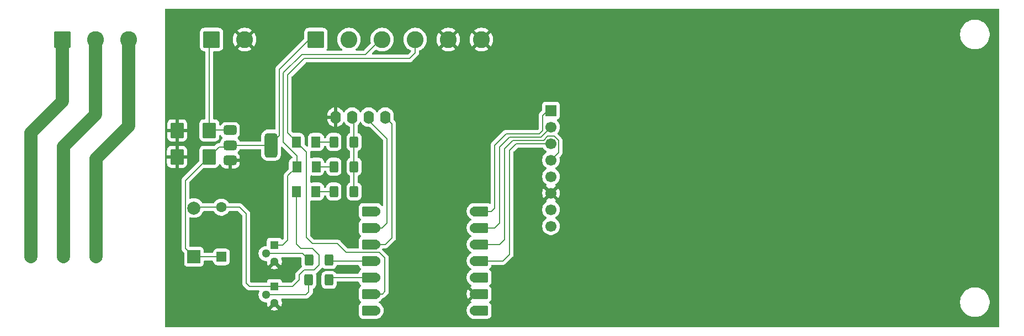
<source format=gbl>
%TF.GenerationSoftware,KiCad,Pcbnew,9.0.4*%
%TF.CreationDate,2025-09-19T15:57:39+02:00*%
%TF.ProjectId,esp32c6-charger,65737033-3263-4362-9d63-686172676572,rev?*%
%TF.SameCoordinates,Original*%
%TF.FileFunction,Copper,L2,Bot*%
%TF.FilePolarity,Positive*%
%FSLAX45Y45*%
G04 Gerber Fmt 4.5, Leading zero omitted, Abs format (unit mm)*
G04 Created by KiCad (PCBNEW 9.0.4) date 2025-09-19 15:57:39*
%MOMM*%
%LPD*%
G01*
G04 APERTURE LIST*
G04 Aperture macros list*
%AMRoundRect*
0 Rectangle with rounded corners*
0 $1 Rounding radius*
0 $2 $3 $4 $5 $6 $7 $8 $9 X,Y pos of 4 corners*
0 Add a 4 corners polygon primitive as box body*
4,1,4,$2,$3,$4,$5,$6,$7,$8,$9,$2,$3,0*
0 Add four circle primitives for the rounded corners*
1,1,$1+$1,$2,$3*
1,1,$1+$1,$4,$5*
1,1,$1+$1,$6,$7*
1,1,$1+$1,$8,$9*
0 Add four rect primitives between the rounded corners*
20,1,$1+$1,$2,$3,$4,$5,0*
20,1,$1+$1,$4,$5,$6,$7,0*
20,1,$1+$1,$6,$7,$8,$9,0*
20,1,$1+$1,$8,$9,$2,$3,0*%
G04 Aperture macros list end*
%TA.AperFunction,ComponentPad*%
%ADD10O,1.600000X2.000000*%
%TD*%
%TA.AperFunction,ComponentPad*%
%ADD11R,1.700000X1.700000*%
%TD*%
%TA.AperFunction,ComponentPad*%
%ADD12C,1.700000*%
%TD*%
%TA.AperFunction,SMDPad,CuDef*%
%ADD13RoundRect,0.152400X1.063600X0.609600X-1.063600X0.609600X-1.063600X-0.609600X1.063600X-0.609600X0*%
%TD*%
%TA.AperFunction,ComponentPad*%
%ADD14C,1.524000*%
%TD*%
%TA.AperFunction,SMDPad,CuDef*%
%ADD15RoundRect,0.152400X-1.063600X-0.609600X1.063600X-0.609600X1.063600X0.609600X-1.063600X0.609600X0*%
%TD*%
%TA.AperFunction,SMDPad,CuDef*%
%ADD16RoundRect,0.250001X-0.462499X-0.624999X0.462499X-0.624999X0.462499X0.624999X-0.462499X0.624999X0*%
%TD*%
%TA.AperFunction,SMDPad,CuDef*%
%ADD17RoundRect,0.250000X-0.400000X-0.625000X0.400000X-0.625000X0.400000X0.625000X-0.400000X0.625000X0*%
%TD*%
%TA.AperFunction,ComponentPad*%
%ADD18R,1.300000X1.300000*%
%TD*%
%TA.AperFunction,ComponentPad*%
%ADD19C,1.300000*%
%TD*%
%TA.AperFunction,ComponentPad*%
%ADD20RoundRect,0.250000X-1.050000X-1.050000X1.050000X-1.050000X1.050000X1.050000X-1.050000X1.050000X0*%
%TD*%
%TA.AperFunction,ComponentPad*%
%ADD21C,2.600000*%
%TD*%
%TA.AperFunction,SMDPad,CuDef*%
%ADD22RoundRect,0.250000X0.785000X0.945000X-0.785000X0.945000X-0.785000X-0.945000X0.785000X-0.945000X0*%
%TD*%
%TA.AperFunction,SMDPad,CuDef*%
%ADD23RoundRect,0.250000X0.400000X0.625000X-0.400000X0.625000X-0.400000X-0.625000X0.400000X-0.625000X0*%
%TD*%
%TA.AperFunction,SMDPad,CuDef*%
%ADD24RoundRect,0.375000X-0.625000X-0.375000X0.625000X-0.375000X0.625000X0.375000X-0.625000X0.375000X0*%
%TD*%
%TA.AperFunction,SMDPad,CuDef*%
%ADD25RoundRect,0.500000X-0.500000X-1.400000X0.500000X-1.400000X0.500000X1.400000X-0.500000X1.400000X0*%
%TD*%
%TA.AperFunction,ComponentPad*%
%ADD26C,2.000000*%
%TD*%
%TA.AperFunction,ComponentPad*%
%ADD27R,2.000000X2.000000*%
%TD*%
%TA.AperFunction,ComponentPad*%
%ADD28RoundRect,0.250000X0.550000X-0.550000X0.550000X0.550000X-0.550000X0.550000X-0.550000X-0.550000X0*%
%TD*%
%TA.AperFunction,ComponentPad*%
%ADD29C,1.600000*%
%TD*%
%TA.AperFunction,Conductor*%
%ADD30C,0.200000*%
%TD*%
%TA.AperFunction,Conductor*%
%ADD31C,2.000000*%
%TD*%
G04 APERTURE END LIST*
D10*
%TO.P,Display1,1,GND*%
%TO.N,GND*%
X12547600Y-9156700D03*
%TO.P,Display1,2,VCC*%
%TO.N,VCC*%
X12801600Y-9156700D03*
%TO.P,Display1,3,SCL*%
%TO.N,/SCL*%
X13055600Y-9156700D03*
%TO.P,Display1,4,SDA*%
%TO.N,/SDA*%
X13309600Y-9156700D03*
%TD*%
D11*
%TO.P,Rfidreader1,1,SDA*%
%TO.N,/CS*%
X15849600Y-9055100D03*
D12*
%TO.P,Rfidreader1,2,SCK*%
%TO.N,/SCK*%
X15849600Y-9309100D03*
%TO.P,Rfidreader1,3,MOSI*%
%TO.N,/MOSI*%
X15849600Y-9563100D03*
%TO.P,Rfidreader1,4,MISO*%
%TO.N,/MISO*%
X15849600Y-9817100D03*
%TO.P,Rfidreader1,5,IRQ*%
%TO.N,unconnected-(Rfidreader1-IRQ-Pad5)*%
X15849600Y-10071100D03*
%TO.P,Rfidreader1,6,GND*%
%TO.N,GND*%
X15849600Y-10325100D03*
%TO.P,Rfidreader1,7,RST*%
%TO.N,unconnected-(Rfidreader1-RST-Pad7)*%
X15849600Y-10579100D03*
%TO.P,Rfidreader1,8,3\u002C3V*%
%TO.N,VCC*%
X15849600Y-10833100D03*
%TD*%
D13*
%TO.P,U2,1,GPIO0/A0/D0*%
%TO.N,/LED*%
X13073700Y-12128500D03*
D14*
X13157200Y-12128500D03*
D13*
%TO.P,U2,2,GPIO1/A1/D1*%
%TO.N,/Detect*%
X13073700Y-11874500D03*
D14*
X13157200Y-11874500D03*
D13*
%TO.P,U2,3,GPIO2/A2/D2*%
%TO.N,Net-(U2-GPIO2{slash}A2{slash}D2)*%
X13073700Y-11620500D03*
D14*
X13157200Y-11620500D03*
D13*
%TO.P,U2,4,GPIO21/D3*%
%TO.N,Net-(U2-GPIO21{slash}D3)*%
X13073700Y-11366500D03*
D14*
X13157200Y-11366500D03*
D13*
%TO.P,U2,5,GPIO22/D4/SDA*%
%TO.N,/SDA*%
X13073700Y-11112500D03*
D14*
X13157200Y-11112500D03*
D13*
%TO.P,U2,6,GPIO23/D5/SCL*%
%TO.N,/SCL*%
X13073700Y-10858500D03*
D14*
X13157200Y-10858500D03*
D13*
%TO.P,U2,7,GPIO16/D6/TX*%
%TO.N,unconnected-(U2-GPIO16{slash}D6{slash}TX-Pad7)*%
X13073700Y-10604500D03*
D14*
X13157200Y-10604500D03*
%TO.P,U2,8,GPIO17/D7/RX*%
%TO.N,/CS*%
X14681200Y-10604500D03*
D15*
X14764700Y-10604500D03*
D14*
%TO.P,U2,9,GPIO19/D8/SCK*%
%TO.N,/SCK*%
X14681200Y-10858500D03*
D15*
X14764700Y-10858500D03*
D14*
%TO.P,U2,10,GPIO20/D9/MISO*%
%TO.N,/MISO*%
X14681200Y-11112500D03*
D15*
X14764700Y-11112500D03*
D14*
%TO.P,U2,11,GPIO18/D10/MOSI*%
%TO.N,/MOSI*%
X14681200Y-11366500D03*
D15*
X14764700Y-11366500D03*
D14*
%TO.P,U2,12,3V3*%
%TO.N,VCC*%
X14681200Y-11620500D03*
D15*
X14764700Y-11620500D03*
D14*
%TO.P,U2,13,GND*%
%TO.N,GND*%
X14681200Y-11874500D03*
D15*
X14764700Y-11874500D03*
D14*
%TO.P,U2,14,VBUS*%
%TO.N,VDD*%
X14681200Y-12128500D03*
D15*
X14764700Y-12128500D03*
%TD*%
D16*
%TO.P,D4,1,K*%
%TO.N,/Detect*%
X11947900Y-9537700D03*
%TO.P,D4,2,A*%
%TO.N,Net-(D4-A)*%
X12245400Y-9537700D03*
%TD*%
%TO.P,D3,1,K*%
%TO.N,/Lock*%
X11952193Y-9918700D03*
%TO.P,D3,2,A*%
%TO.N,Net-(D3-A)*%
X12249693Y-9918700D03*
%TD*%
D17*
%TO.P,R3,1*%
%TO.N,Net-(D2-A)*%
X12519600Y-10299700D03*
%TO.P,R3,2*%
%TO.N,VCC*%
X12829600Y-10299700D03*
%TD*%
D16*
%TO.P,D2,1,K*%
%TO.N,/Relay*%
X11947900Y-10299700D03*
%TO.P,D2,2,A*%
%TO.N,Net-(D2-A)*%
X12245400Y-10299700D03*
%TD*%
D18*
%TO.P,Q2,1,C*%
%TO.N,/Lock*%
X11607800Y-11125200D03*
D19*
%TO.P,Q2,2,B*%
%TO.N,Net-(Q2-B)*%
X11480800Y-11252200D03*
%TO.P,Q2,3,E*%
%TO.N,GND*%
X11607800Y-11379200D03*
%TD*%
D20*
%TO.P,J1,1,Pin_1*%
%TO.N,+12V*%
X10642600Y-7962900D03*
D21*
%TO.P,J1,2,Pin_2*%
%TO.N,GND*%
X11150600Y-7962900D03*
%TD*%
D22*
%TO.P,C1,1*%
%TO.N,+12V*%
X10610200Y-9359900D03*
%TO.P,C1,2*%
%TO.N,GND*%
X10116200Y-9359900D03*
%TD*%
D23*
%TO.P,R1,1*%
%TO.N,Net-(U2-GPIO2{slash}A2{slash}D2)*%
X12446000Y-11658600D03*
%TO.P,R1,2*%
%TO.N,Net-(Q1-B)*%
X12136000Y-11658600D03*
%TD*%
%TO.P,R2,1*%
%TO.N,Net-(U2-GPIO21{slash}D3)*%
X12448600Y-11353800D03*
%TO.P,R2,2*%
%TO.N,Net-(Q2-B)*%
X12138600Y-11353800D03*
%TD*%
D24*
%TO.P,U1,1,GND*%
%TO.N,GND*%
X10927000Y-9818500D03*
%TO.P,U1,2,VO*%
%TO.N,VDD*%
X10927000Y-9588500D03*
D25*
X11557000Y-9588500D03*
D24*
%TO.P,U1,3,VI*%
%TO.N,+12V*%
X10927000Y-9358500D03*
%TD*%
D17*
%TO.P,R4,1*%
%TO.N,Net-(D3-A)*%
X12519600Y-9918700D03*
%TO.P,R4,2*%
%TO.N,VCC*%
X12829600Y-9918700D03*
%TD*%
D26*
%TO.P,K1,11*%
%TO.N,Net-(J3-Pin_2)*%
X8373150Y-11303450D03*
X8373150Y-10553450D03*
%TO.P,K1,12*%
%TO.N,Net-(J3-Pin_3)*%
X8873150Y-11303450D03*
X8873150Y-10553450D03*
%TO.P,K1,14*%
%TO.N,Net-(J3-Pin_1)*%
X7873150Y-11303450D03*
X7873150Y-10553450D03*
D27*
%TO.P,K1,A1*%
%TO.N,VDD*%
X10373150Y-11303450D03*
D26*
%TO.P,K1,A2*%
%TO.N,/Relay*%
X10373150Y-10553450D03*
%TD*%
D17*
%TO.P,R5,1*%
%TO.N,Net-(D4-A)*%
X12519600Y-9537700D03*
%TO.P,R5,2*%
%TO.N,VCC*%
X12829600Y-9537700D03*
%TD*%
D20*
%TO.P,J2,1,Pin_1*%
%TO.N,VDD*%
X12242800Y-7962900D03*
D21*
%TO.P,J2,2,Pin_2*%
%TO.N,VCC*%
X12750800Y-7962900D03*
%TO.P,J2,3,Pin_3*%
%TO.N,/Lock*%
X13258800Y-7962900D03*
%TO.P,J2,4,Pin_4*%
%TO.N,/Detect*%
X13766800Y-7962900D03*
%TO.P,J2,5,Pin_5*%
%TO.N,GND*%
X14274800Y-7962900D03*
%TO.P,J2,6,Pin_6*%
X14782800Y-7962900D03*
%TD*%
D20*
%TO.P,J3,1,Pin_1*%
%TO.N,Net-(J3-Pin_1)*%
X8356600Y-7962900D03*
D21*
%TO.P,J3,2,Pin_2*%
%TO.N,Net-(J3-Pin_2)*%
X8864600Y-7962900D03*
%TO.P,J3,3,Pin_3*%
%TO.N,Net-(J3-Pin_3)*%
X9372600Y-7962900D03*
%TD*%
D28*
%TO.P,D5,1,K*%
%TO.N,VDD*%
X10795000Y-11303000D03*
D29*
%TO.P,D5,2,A*%
%TO.N,/Relay*%
X10795000Y-10541000D03*
%TD*%
D22*
%TO.P,C2,1*%
%TO.N,VDD*%
X10607700Y-9766300D03*
%TO.P,C2,2*%
%TO.N,GND*%
X10113700Y-9766300D03*
%TD*%
D18*
%TO.P,Q1,1,C*%
%TO.N,/Relay*%
X11607800Y-11760200D03*
D19*
%TO.P,Q1,2,B*%
%TO.N,Net-(Q1-B)*%
X11480800Y-11887200D03*
%TO.P,Q1,3,E*%
%TO.N,GND*%
X11607800Y-12014200D03*
%TD*%
D30*
%TO.N,VCC*%
X12750800Y-9105900D02*
X12801600Y-9156700D01*
X12829600Y-9184700D02*
X12801600Y-9156700D01*
X12829600Y-9537700D02*
X12829600Y-9184700D01*
X12829600Y-9537700D02*
X12829600Y-10299700D01*
%TO.N,/SCL*%
X13258800Y-10858500D02*
X13335000Y-10782300D01*
X13335000Y-10782300D02*
X13335000Y-9486900D01*
X13073700Y-10858500D02*
X13258800Y-10858500D01*
X13055600Y-9207500D02*
X13055600Y-9156700D01*
X13335000Y-9486900D02*
X13055600Y-9207500D01*
%TO.N,/SDA*%
X13411200Y-9258300D02*
X13411200Y-11010900D01*
X13309600Y-9156700D02*
X13411200Y-9258300D01*
X13309600Y-11112500D02*
X13157200Y-11112500D01*
X13411200Y-11010900D02*
X13309600Y-11112500D01*
%TO.N,/Lock*%
X11745500Y-9544189D02*
X11952193Y-9750883D01*
X11811000Y-10059894D02*
X11811000Y-11049000D01*
X11734800Y-11125200D02*
X11607800Y-11125200D01*
X11745500Y-8472900D02*
X11745500Y-9544189D01*
X11811000Y-11049000D02*
X11734800Y-11125200D01*
X11952193Y-9750883D02*
X11952193Y-9918700D01*
X12026900Y-8191500D02*
X11745500Y-8472900D01*
X11952193Y-9918700D02*
X11811000Y-10059894D01*
X13004800Y-8191500D02*
X12026900Y-8191500D01*
X13258800Y-7937500D02*
X13004800Y-8191500D01*
%TO.N,Net-(Q1-B)*%
X12090400Y-11887200D02*
X11480800Y-11887200D01*
X12136000Y-11658600D02*
X12136000Y-11841600D01*
X12136000Y-11658600D02*
X12136000Y-11653400D01*
X12136000Y-11841600D02*
X12090400Y-11887200D01*
X12110600Y-11633200D02*
X12136000Y-11658600D01*
%TO.N,Net-(Q2-B)*%
X12037000Y-11252200D02*
X11480800Y-11252200D01*
X12138600Y-11353800D02*
X12037000Y-11252200D01*
X12138600Y-11353800D02*
X12113200Y-11379200D01*
%TO.N,/Relay*%
X11074400Y-10541000D02*
X10795000Y-10541000D01*
X12217400Y-11506200D02*
X12065000Y-11506200D01*
X12014200Y-11176000D02*
X12192000Y-11176000D01*
X12293600Y-11277600D02*
X12293600Y-11430000D01*
X11988800Y-11658600D02*
X11887200Y-11760200D01*
X11887200Y-11760200D02*
X11607800Y-11760200D01*
X11226800Y-11760200D02*
X11176000Y-11709400D01*
X11176000Y-11404600D02*
X11176000Y-10642600D01*
X11947900Y-11109700D02*
X12014200Y-11176000D01*
X11176000Y-11709400D02*
X11176000Y-11404600D01*
X11176000Y-10642600D02*
X11074400Y-10541000D01*
X12065000Y-11506200D02*
X11988800Y-11582400D01*
X11947900Y-10299700D02*
X11947900Y-11109700D01*
X10795000Y-10541000D02*
X10385600Y-10541000D01*
X11607800Y-11760200D02*
X11226800Y-11760200D01*
X11988800Y-11582400D02*
X11988800Y-11658600D01*
X12293600Y-11430000D02*
X12217400Y-11506200D01*
X12192000Y-11176000D02*
X12293600Y-11277600D01*
X10385600Y-10541000D02*
X10373150Y-10553450D01*
D31*
%TO.N,Net-(J3-Pin_2)*%
X8373150Y-9610050D02*
X8373150Y-10553450D01*
X8864600Y-7962900D02*
X8864600Y-9118600D01*
X8864600Y-9118600D02*
X8373150Y-9610050D01*
X8373150Y-10553450D02*
X8373150Y-11303450D01*
%TO.N,Net-(J3-Pin_1)*%
X7874000Y-10552600D02*
X7873150Y-10553450D01*
X8356600Y-7962900D02*
X8356600Y-8915400D01*
X8356600Y-8915400D02*
X7874000Y-9398000D01*
X7874000Y-9398000D02*
X7874000Y-10552600D01*
X7873150Y-10553450D02*
X7873150Y-11303450D01*
%TO.N,Net-(J3-Pin_3)*%
X8873150Y-10553450D02*
X8873150Y-11303450D01*
X8873150Y-9795850D02*
X8873150Y-10553450D01*
X9372600Y-7996700D02*
X9372600Y-9296400D01*
X9372600Y-9296400D02*
X8873150Y-9795850D01*
D30*
%TO.N,Net-(U2-GPIO2{slash}A2{slash}D2)*%
X12484100Y-11620500D02*
X12446000Y-11658600D01*
X13073700Y-11620500D02*
X12484100Y-11620500D01*
%TO.N,Net-(U2-GPIO21{slash}D3)*%
X13073700Y-11366500D02*
X12461300Y-11366500D01*
X12461300Y-11366500D02*
X12448600Y-11353800D01*
%TO.N,+12V*%
X10642600Y-7937500D02*
X10610200Y-7969900D01*
X10611600Y-9358500D02*
X10610200Y-9359900D01*
X10610200Y-7969900D02*
X10610200Y-9359900D01*
X10927000Y-9358500D02*
X10611600Y-9358500D01*
%TO.N,Net-(D2-A)*%
X12245400Y-10299700D02*
X12519600Y-10299700D01*
%TO.N,/CS*%
X15798800Y-9055100D02*
X15849600Y-9055100D01*
X15722600Y-9131300D02*
X15798800Y-9055100D01*
X14986000Y-10553700D02*
X14986000Y-9588500D01*
X15163800Y-9410700D02*
X15671800Y-9410700D01*
X15722600Y-9359900D02*
X15722600Y-9131300D01*
X14764700Y-10604500D02*
X14935200Y-10604500D01*
X14935200Y-10604500D02*
X14986000Y-10553700D01*
X15671800Y-9410700D02*
X15722600Y-9359900D01*
X14986000Y-9588500D02*
X15163800Y-9410700D01*
%TO.N,/MOSI*%
X15214600Y-11264900D02*
X15113000Y-11366500D01*
X15113000Y-11366500D02*
X14764700Y-11366500D01*
X15849600Y-9563100D02*
X15316200Y-9563100D01*
X15316200Y-9563100D02*
X15214600Y-9664700D01*
X15214600Y-9664700D02*
X15214600Y-11264900D01*
%TO.N,/SCK*%
X15062200Y-10782300D02*
X14986000Y-10858500D01*
X15849600Y-9309100D02*
X15697200Y-9461500D01*
X14986000Y-10858500D02*
X14764700Y-10858500D01*
X15062200Y-9613900D02*
X15062200Y-10782300D01*
X15214600Y-9461500D02*
X15062200Y-9613900D01*
X15697200Y-9461500D02*
X15214600Y-9461500D01*
%TO.N,/MISO*%
X15964700Y-9702000D02*
X15964700Y-9515424D01*
X15062200Y-11112500D02*
X14764700Y-11112500D01*
X15801924Y-9448000D02*
X15737624Y-9512300D01*
X15265400Y-9512300D02*
X15138400Y-9639300D01*
X15849600Y-9817100D02*
X15964700Y-9702000D01*
X15897276Y-9448000D02*
X15801924Y-9448000D01*
X15737624Y-9512300D02*
X15265400Y-9512300D01*
X15138400Y-11036300D02*
X15062200Y-11112500D01*
X15964700Y-9515424D02*
X15897276Y-9448000D01*
X15138400Y-9639300D02*
X15138400Y-11036300D01*
%TO.N,VDD*%
X10901600Y-9613900D02*
X10927000Y-9588500D01*
X10373600Y-11303000D02*
X10373150Y-11303450D01*
X11557000Y-9563100D02*
X11684000Y-9436100D01*
X11557000Y-9588500D02*
X11557000Y-9563100D01*
X10243050Y-10130950D02*
X10607700Y-9766300D01*
X12166600Y-7937500D02*
X12242800Y-7937500D01*
X10607700Y-9766300D02*
X10760100Y-9613900D01*
X10376100Y-11306400D02*
X10373150Y-11303450D01*
X10760100Y-9613900D02*
X10901600Y-9613900D01*
X10795000Y-11303000D02*
X10373600Y-11303000D01*
X11684000Y-8420100D02*
X12166600Y-7937500D01*
X11684000Y-9436100D02*
X11684000Y-8420100D01*
X10373150Y-11303450D02*
X10243050Y-11173350D01*
X10243050Y-11173350D02*
X10243050Y-10130950D01*
X10927000Y-9588500D02*
X11557000Y-9588500D01*
%TO.N,Net-(D3-A)*%
X12245400Y-9918700D02*
X12519600Y-9918700D01*
%TO.N,Net-(D4-A)*%
X12245400Y-9537700D02*
X12519600Y-9537700D01*
%TO.N,/Detect*%
X12711379Y-11236700D02*
X12574479Y-11099800D01*
X12100943Y-11008744D02*
X12100943Y-9690744D01*
X13073700Y-11874500D02*
X13263143Y-11874500D01*
X12100943Y-9690744D02*
X11947900Y-9537700D01*
X13300943Y-11319743D02*
X13217900Y-11236700D01*
X13300943Y-11836700D02*
X13300943Y-11319743D01*
X12065000Y-8255000D02*
X11811000Y-8509000D01*
X13766800Y-8166100D02*
X13677900Y-8255000D01*
X11811000Y-8509000D02*
X11811000Y-9400800D01*
X11811000Y-9400800D02*
X11947900Y-9537700D01*
X12574479Y-11099800D02*
X12192000Y-11099800D01*
X12192000Y-11099800D02*
X12100943Y-11008744D01*
X13766800Y-7937500D02*
X13766800Y-8166100D01*
X13217900Y-11236700D02*
X12711379Y-11236700D01*
X13157200Y-11874500D02*
X13073700Y-11874500D01*
X13677900Y-8255000D02*
X12065000Y-8255000D01*
X13263143Y-11874500D02*
X13300943Y-11836700D01*
%TD*%
%TA.AperFunction,Conductor*%
%TO.N,GND*%
G36*
X11727570Y-9611228D02*
G01*
X11728218Y-9611831D01*
X11882400Y-9766013D01*
X11885748Y-9772145D01*
X11885250Y-9779114D01*
X11881063Y-9784708D01*
X11877532Y-9786552D01*
X11874010Y-9787719D01*
X11874010Y-9787719D01*
X11859078Y-9796929D01*
X11859078Y-9796929D01*
X11846672Y-9809334D01*
X11846672Y-9809335D01*
X11837462Y-9824266D01*
X11837462Y-9824266D01*
X11831944Y-9840920D01*
X11831943Y-9840920D01*
X11830893Y-9851198D01*
X11830893Y-9949940D01*
X11828925Y-9956644D01*
X11827262Y-9958708D01*
X11762948Y-10023022D01*
X11762948Y-10023022D01*
X11757936Y-10031703D01*
X11757936Y-10031703D01*
X11755042Y-10036714D01*
X11755042Y-10036715D01*
X11754302Y-10039476D01*
X11750950Y-10051988D01*
X11750950Y-10051988D01*
X11750950Y-10068798D01*
X11750950Y-10068799D01*
X11750950Y-11018990D01*
X11750085Y-11021934D01*
X11749433Y-11024933D01*
X11749058Y-11025434D01*
X11748981Y-11025694D01*
X11747318Y-11027758D01*
X11740998Y-11034079D01*
X11736638Y-11038439D01*
X11730505Y-11041787D01*
X11723536Y-11041289D01*
X11717943Y-11037101D01*
X11717421Y-11036289D01*
X11708555Y-11024446D01*
X11708554Y-11024445D01*
X11697033Y-11015821D01*
X11697033Y-11015820D01*
X11683548Y-11010791D01*
X11683548Y-11010791D01*
X11677588Y-11010150D01*
X11677588Y-11010150D01*
X11677587Y-11010150D01*
X11677586Y-11010150D01*
X11538013Y-11010150D01*
X11538012Y-11010150D01*
X11532052Y-11010791D01*
X11518567Y-11015820D01*
X11518566Y-11015821D01*
X11507045Y-11024445D01*
X11507045Y-11024446D01*
X11498421Y-11035966D01*
X11498420Y-11035967D01*
X11493391Y-11049452D01*
X11492750Y-11055412D01*
X11492750Y-11055414D01*
X11492750Y-11124750D01*
X11490781Y-11131454D01*
X11485501Y-11136029D01*
X11480350Y-11137150D01*
X11471745Y-11137150D01*
X11453859Y-11139983D01*
X11436636Y-11145579D01*
X11436636Y-11145579D01*
X11420500Y-11153801D01*
X11405850Y-11164444D01*
X11405850Y-11164445D01*
X11393044Y-11177250D01*
X11393044Y-11177251D01*
X11382401Y-11191900D01*
X11374179Y-11208036D01*
X11374179Y-11208036D01*
X11368583Y-11225259D01*
X11365750Y-11243145D01*
X11365750Y-11261255D01*
X11368583Y-11279141D01*
X11374179Y-11296364D01*
X11374179Y-11296364D01*
X11379766Y-11307330D01*
X11382273Y-11312250D01*
X11382401Y-11312500D01*
X11393044Y-11327149D01*
X11393044Y-11327150D01*
X11405850Y-11339955D01*
X11405850Y-11339956D01*
X11418564Y-11349192D01*
X11420501Y-11350600D01*
X11431048Y-11355974D01*
X11436636Y-11358821D01*
X11436636Y-11358821D01*
X11445248Y-11361619D01*
X11453859Y-11364417D01*
X11462143Y-11365729D01*
X11471745Y-11367250D01*
X11480400Y-11367250D01*
X11487104Y-11369218D01*
X11491679Y-11374499D01*
X11492800Y-11379650D01*
X11492800Y-11388251D01*
X11495632Y-11406129D01*
X11501225Y-11423344D01*
X11501225Y-11423345D01*
X11509443Y-11439473D01*
X11510591Y-11441053D01*
X11510591Y-11441053D01*
X11570300Y-11381345D01*
X11570300Y-11384137D01*
X11572856Y-11393674D01*
X11577792Y-11402225D01*
X11584774Y-11409207D01*
X11593325Y-11414144D01*
X11602863Y-11416700D01*
X11605655Y-11416700D01*
X11545947Y-11476408D01*
X11545947Y-11476409D01*
X11547527Y-11477557D01*
X11547527Y-11477557D01*
X11563655Y-11485775D01*
X11563655Y-11485775D01*
X11580871Y-11491368D01*
X11598749Y-11494200D01*
X11616851Y-11494200D01*
X11634729Y-11491368D01*
X11651944Y-11485775D01*
X11651945Y-11485774D01*
X11668073Y-11477557D01*
X11669653Y-11476408D01*
X11669653Y-11476408D01*
X11609945Y-11416700D01*
X11612737Y-11416700D01*
X11622274Y-11414144D01*
X11630825Y-11409207D01*
X11637807Y-11402225D01*
X11642744Y-11393674D01*
X11645300Y-11384137D01*
X11645300Y-11381345D01*
X11705008Y-11441053D01*
X11706157Y-11439473D01*
X11714374Y-11423345D01*
X11714375Y-11423344D01*
X11719968Y-11406129D01*
X11722800Y-11388251D01*
X11722800Y-11370149D01*
X11719968Y-11352271D01*
X11714375Y-11335055D01*
X11714375Y-11335055D01*
X11711941Y-11330279D01*
X11710652Y-11323413D01*
X11713279Y-11316939D01*
X11718990Y-11312913D01*
X11722990Y-11312250D01*
X12006990Y-11312250D01*
X12009934Y-11313114D01*
X12012933Y-11313767D01*
X12013434Y-11314142D01*
X12013694Y-11314218D01*
X12015758Y-11315882D01*
X12019918Y-11320042D01*
X12023267Y-11326174D01*
X12023550Y-11328810D01*
X12023550Y-11421300D01*
X12023550Y-11421302D01*
X12024600Y-11431580D01*
X12024600Y-11431580D01*
X12029685Y-11446925D01*
X12029925Y-11453908D01*
X12026683Y-11459594D01*
X11951929Y-11534348D01*
X11940748Y-11545528D01*
X11940748Y-11545528D01*
X11938608Y-11549234D01*
X11936465Y-11552947D01*
X11935736Y-11554209D01*
X11935736Y-11554210D01*
X11932842Y-11559221D01*
X11932842Y-11559221D01*
X11932842Y-11559221D01*
X11928750Y-11574494D01*
X11928750Y-11574494D01*
X11928750Y-11591305D01*
X11928750Y-11591306D01*
X11928750Y-11628590D01*
X11926781Y-11635294D01*
X11925118Y-11637358D01*
X11865958Y-11696518D01*
X11859826Y-11699867D01*
X11857190Y-11700150D01*
X11735035Y-11700150D01*
X11728331Y-11698181D01*
X11723756Y-11692901D01*
X11722706Y-11689075D01*
X11722209Y-11684452D01*
X11717180Y-11670967D01*
X11717179Y-11670966D01*
X11708555Y-11659445D01*
X11708554Y-11659445D01*
X11697033Y-11650821D01*
X11697033Y-11650820D01*
X11683548Y-11645791D01*
X11683548Y-11645791D01*
X11677588Y-11645150D01*
X11677588Y-11645150D01*
X11677587Y-11645150D01*
X11677586Y-11645150D01*
X11538013Y-11645150D01*
X11538012Y-11645150D01*
X11532052Y-11645791D01*
X11518567Y-11650820D01*
X11518566Y-11650821D01*
X11507045Y-11659445D01*
X11507045Y-11659445D01*
X11498421Y-11670966D01*
X11498420Y-11670967D01*
X11494112Y-11682518D01*
X11493391Y-11684452D01*
X11492894Y-11689076D01*
X11490220Y-11695531D01*
X11484481Y-11699515D01*
X11480565Y-11700150D01*
X11256810Y-11700150D01*
X11253866Y-11699285D01*
X11250867Y-11698633D01*
X11250365Y-11698258D01*
X11250106Y-11698181D01*
X11248042Y-11696518D01*
X11239682Y-11688158D01*
X11236333Y-11682026D01*
X11236050Y-11679390D01*
X11236050Y-10651506D01*
X11236050Y-10651505D01*
X11236050Y-10634695D01*
X11236050Y-10634694D01*
X11231958Y-10619422D01*
X11228683Y-10613749D01*
X11228683Y-10613749D01*
X11224052Y-10605729D01*
X11224052Y-10605729D01*
X11224052Y-10605728D01*
X11212872Y-10594548D01*
X11212871Y-10594548D01*
X11212438Y-10594115D01*
X11212437Y-10594114D01*
X11123159Y-10504836D01*
X11123159Y-10504835D01*
X11111272Y-10492948D01*
X11111272Y-10492948D01*
X11101834Y-10487500D01*
X11101834Y-10487499D01*
X11097578Y-10485042D01*
X11091988Y-10483544D01*
X11082306Y-10480950D01*
X11066494Y-10480950D01*
X11065735Y-10480950D01*
X11065733Y-10480950D01*
X10917960Y-10480950D01*
X10911256Y-10478982D01*
X10906912Y-10474180D01*
X10906228Y-10472839D01*
X10894197Y-10456279D01*
X10879721Y-10441803D01*
X10863161Y-10429772D01*
X10863161Y-10429771D01*
X10863161Y-10429771D01*
X10854024Y-10425116D01*
X10844922Y-10420478D01*
X10825453Y-10414152D01*
X10808000Y-10411388D01*
X10805235Y-10410950D01*
X10784765Y-10410950D01*
X10782333Y-10411335D01*
X10764547Y-10414152D01*
X10745078Y-10420478D01*
X10726839Y-10429772D01*
X10710279Y-10441803D01*
X10695803Y-10456279D01*
X10683772Y-10472839D01*
X10683088Y-10474180D01*
X10678291Y-10479259D01*
X10672040Y-10480950D01*
X10512193Y-10480950D01*
X10505489Y-10478982D01*
X10501781Y-10475193D01*
X10501771Y-10475201D01*
X10501719Y-10475129D01*
X10501621Y-10475029D01*
X10501485Y-10474807D01*
X10500054Y-10472839D01*
X10487602Y-10455699D01*
X10470901Y-10438998D01*
X10451793Y-10425116D01*
X10444640Y-10421471D01*
X10430750Y-10414393D01*
X10408287Y-10407095D01*
X10384960Y-10403400D01*
X10384959Y-10403400D01*
X10361341Y-10403400D01*
X10361340Y-10403400D01*
X10338013Y-10407095D01*
X10338013Y-10407095D01*
X10319332Y-10413165D01*
X10312348Y-10413364D01*
X10306364Y-10409756D01*
X10303282Y-10403486D01*
X10303100Y-10401372D01*
X10303100Y-10160960D01*
X10305069Y-10154256D01*
X10306731Y-10152192D01*
X10519442Y-9939482D01*
X10525574Y-9936133D01*
X10528209Y-9935850D01*
X10691201Y-9935850D01*
X10701480Y-9934800D01*
X10718133Y-9929281D01*
X10733066Y-9920071D01*
X10745471Y-9907666D01*
X10754681Y-9892733D01*
X10757658Y-9883751D01*
X10761635Y-9878007D01*
X10768087Y-9875324D01*
X10774964Y-9876556D01*
X10780084Y-9881310D01*
X10781462Y-9884659D01*
X10781883Y-9886352D01*
X10781883Y-9886352D01*
X10790339Y-9903402D01*
X10790339Y-9903403D01*
X10802263Y-9918237D01*
X10802263Y-9918237D01*
X10817097Y-9930161D01*
X10817098Y-9930161D01*
X10834148Y-9938617D01*
X10852618Y-9943210D01*
X10856890Y-9943500D01*
X10902000Y-9943500D01*
X10952000Y-9943500D01*
X10997110Y-9943500D01*
X11001382Y-9943210D01*
X11019852Y-9938617D01*
X11036902Y-9930161D01*
X11036903Y-9930161D01*
X11051737Y-9918237D01*
X11051737Y-9918237D01*
X11063661Y-9903403D01*
X11063661Y-9903402D01*
X11072117Y-9886352D01*
X11076710Y-9867882D01*
X11077000Y-9863610D01*
X11077000Y-9843500D01*
X10952000Y-9843500D01*
X10952000Y-9943500D01*
X10902000Y-9943500D01*
X10902000Y-9830900D01*
X10903969Y-9824196D01*
X10909249Y-9819621D01*
X10914400Y-9818500D01*
X10927000Y-9818500D01*
X10927000Y-9805900D01*
X10928969Y-9799196D01*
X10934249Y-9794621D01*
X10939400Y-9793500D01*
X11077000Y-9793500D01*
X11077000Y-9773390D01*
X11076710Y-9769118D01*
X11072117Y-9750648D01*
X11063661Y-9733598D01*
X11063661Y-9733597D01*
X11051737Y-9718763D01*
X11051737Y-9718763D01*
X11044812Y-9713197D01*
X11040820Y-9707462D01*
X11040562Y-9700480D01*
X11044119Y-9694467D01*
X11044809Y-9693869D01*
X11051772Y-9688272D01*
X11063703Y-9673430D01*
X11072164Y-9656369D01*
X11072463Y-9655767D01*
X11072654Y-9655862D01*
X11076213Y-9651059D01*
X11082748Y-9648586D01*
X11083692Y-9648550D01*
X11394550Y-9648550D01*
X11401254Y-9650519D01*
X11405829Y-9655799D01*
X11406950Y-9660950D01*
X11406950Y-9734303D01*
X11408011Y-9746242D01*
X11413609Y-9765805D01*
X11413609Y-9765805D01*
X11413609Y-9765805D01*
X11423030Y-9783841D01*
X11426192Y-9787719D01*
X11435889Y-9799611D01*
X11443602Y-9805900D01*
X11451659Y-9812470D01*
X11469695Y-9821891D01*
X11489258Y-9827489D01*
X11501196Y-9828550D01*
X11612804Y-9828550D01*
X11624742Y-9827489D01*
X11644305Y-9821891D01*
X11662341Y-9812470D01*
X11678111Y-9799611D01*
X11690970Y-9783841D01*
X11700391Y-9765805D01*
X11705989Y-9746242D01*
X11707050Y-9734304D01*
X11707050Y-9620599D01*
X11709018Y-9613895D01*
X11714299Y-9609320D01*
X11721215Y-9608325D01*
X11727570Y-9611228D01*
G37*
%TD.AperFunction*%
%TA.AperFunction,Conductor*%
G36*
X22715654Y-7489918D02*
G01*
X22720229Y-7495199D01*
X22721350Y-7500350D01*
X22721350Y-12375450D01*
X22719381Y-12382154D01*
X22714101Y-12386729D01*
X22708950Y-12387850D01*
X9943800Y-12387850D01*
X9937096Y-12385881D01*
X9932521Y-12380601D01*
X9931400Y-12375450D01*
X9931400Y-11181255D01*
X10183000Y-11181255D01*
X10183000Y-11181256D01*
X10187092Y-11196528D01*
X10189406Y-11200535D01*
X10189986Y-11201540D01*
X10189986Y-11201540D01*
X10189986Y-11201540D01*
X10193736Y-11208036D01*
X10194998Y-11210221D01*
X10194998Y-11210222D01*
X10206885Y-11222108D01*
X10206886Y-11222109D01*
X10219468Y-11234692D01*
X10222817Y-11240824D01*
X10223100Y-11243460D01*
X10223100Y-11408237D01*
X10223100Y-11408238D01*
X10223741Y-11414198D01*
X10228770Y-11427683D01*
X10228771Y-11427683D01*
X10237395Y-11439204D01*
X10237396Y-11439205D01*
X10248916Y-11447829D01*
X10248917Y-11447830D01*
X10262402Y-11452859D01*
X10262402Y-11452859D01*
X10263094Y-11452933D01*
X10268363Y-11453500D01*
X10477937Y-11453500D01*
X10483898Y-11452859D01*
X10497383Y-11447830D01*
X10508905Y-11439205D01*
X10517530Y-11427683D01*
X10522559Y-11414198D01*
X10523200Y-11408237D01*
X10523200Y-11375450D01*
X10525169Y-11368746D01*
X10530449Y-11364171D01*
X10535600Y-11363050D01*
X10653784Y-11363050D01*
X10660488Y-11365018D01*
X10665063Y-11370299D01*
X10665909Y-11372854D01*
X10666000Y-11373279D01*
X10670961Y-11388251D01*
X10671519Y-11389933D01*
X10680729Y-11404866D01*
X10693134Y-11417271D01*
X10708067Y-11426481D01*
X10724720Y-11432000D01*
X10734999Y-11433050D01*
X10855001Y-11433050D01*
X10865280Y-11432000D01*
X10881933Y-11426481D01*
X10896866Y-11417271D01*
X10909271Y-11404866D01*
X10918481Y-11389933D01*
X10924000Y-11373280D01*
X10925050Y-11363001D01*
X10925050Y-11242999D01*
X10925029Y-11242797D01*
X10924000Y-11232720D01*
X10924000Y-11232720D01*
X10920719Y-11222819D01*
X10918481Y-11216067D01*
X10909271Y-11201134D01*
X10896866Y-11188729D01*
X10881933Y-11179519D01*
X10865280Y-11174000D01*
X10865280Y-11174000D01*
X10855001Y-11172950D01*
X10735000Y-11172950D01*
X10734998Y-11172950D01*
X10724720Y-11174000D01*
X10724720Y-11174000D01*
X10708067Y-11179519D01*
X10708066Y-11179519D01*
X10693134Y-11188729D01*
X10680729Y-11201134D01*
X10671519Y-11216066D01*
X10671519Y-11216067D01*
X10666000Y-11232720D01*
X10665909Y-11233147D01*
X10662580Y-11239290D01*
X10656459Y-11242658D01*
X10653784Y-11242950D01*
X10535600Y-11242950D01*
X10528896Y-11240981D01*
X10524321Y-11235701D01*
X10523200Y-11230550D01*
X10523200Y-11198663D01*
X10523200Y-11198662D01*
X10522970Y-11196528D01*
X10522559Y-11192702D01*
X10522353Y-11192150D01*
X10517530Y-11179217D01*
X10517529Y-11179216D01*
X10508905Y-11167696D01*
X10508904Y-11167695D01*
X10497384Y-11159071D01*
X10497383Y-11159070D01*
X10483898Y-11154041D01*
X10483898Y-11154041D01*
X10477938Y-11153400D01*
X10477938Y-11153400D01*
X10477937Y-11153400D01*
X10477937Y-11153400D01*
X10315500Y-11153400D01*
X10308796Y-11151432D01*
X10304221Y-11146151D01*
X10303100Y-11141000D01*
X10303100Y-10705528D01*
X10305069Y-10698825D01*
X10310349Y-10694249D01*
X10317265Y-10693255D01*
X10319331Y-10693735D01*
X10331296Y-10697623D01*
X10338013Y-10699805D01*
X10361340Y-10703500D01*
X10361341Y-10703500D01*
X10384960Y-10703500D01*
X10408287Y-10699805D01*
X10411305Y-10698825D01*
X10430749Y-10692507D01*
X10451793Y-10681784D01*
X10470901Y-10667902D01*
X10487602Y-10651201D01*
X10501484Y-10632093D01*
X10512207Y-10611049D01*
X10512672Y-10609618D01*
X10516616Y-10603851D01*
X10523051Y-10601131D01*
X10524465Y-10601050D01*
X10672040Y-10601050D01*
X10678744Y-10603019D01*
X10683088Y-10607821D01*
X10683772Y-10609161D01*
X10695803Y-10625721D01*
X10710279Y-10640197D01*
X10723609Y-10649882D01*
X10726839Y-10652229D01*
X10738461Y-10658150D01*
X10745078Y-10661522D01*
X10745078Y-10661522D01*
X10745078Y-10661522D01*
X10752217Y-10663842D01*
X10764547Y-10667848D01*
X10768322Y-10668446D01*
X10784765Y-10671050D01*
X10784765Y-10671050D01*
X10805235Y-10671050D01*
X10805235Y-10671050D01*
X10825453Y-10667848D01*
X10844922Y-10661522D01*
X10863161Y-10652229D01*
X10874980Y-10643642D01*
X10879721Y-10640197D01*
X10879722Y-10640197D01*
X10879722Y-10640197D01*
X10894197Y-10625722D01*
X10894197Y-10625722D01*
X10894197Y-10625721D01*
X10906228Y-10609161D01*
X10906228Y-10609161D01*
X10906229Y-10609161D01*
X10906912Y-10607820D01*
X10911709Y-10602741D01*
X10917960Y-10601050D01*
X11044390Y-10601050D01*
X11051094Y-10603019D01*
X11053158Y-10604682D01*
X11112318Y-10663842D01*
X11115667Y-10669974D01*
X11115950Y-10672610D01*
X11115950Y-11700733D01*
X11115950Y-11700735D01*
X11115950Y-11717305D01*
X11115950Y-11717305D01*
X11120042Y-11732578D01*
X11122495Y-11736827D01*
X11122608Y-11737021D01*
X11127948Y-11746271D01*
X11127948Y-11746272D01*
X11139835Y-11758158D01*
X11139836Y-11758159D01*
X11178314Y-11796637D01*
X11178315Y-11796638D01*
X11178748Y-11797071D01*
X11178748Y-11797072D01*
X11189928Y-11808252D01*
X11189929Y-11808252D01*
X11189929Y-11808252D01*
X11198609Y-11813264D01*
X11203622Y-11816158D01*
X11212521Y-11818542D01*
X11218894Y-11820250D01*
X11218894Y-11820250D01*
X11365554Y-11820250D01*
X11372258Y-11822218D01*
X11376833Y-11827499D01*
X11377828Y-11834415D01*
X11376602Y-11838279D01*
X11374179Y-11843036D01*
X11374179Y-11843036D01*
X11368583Y-11860259D01*
X11365750Y-11878145D01*
X11365750Y-11896255D01*
X11368583Y-11914141D01*
X11374179Y-11931364D01*
X11374179Y-11931364D01*
X11378744Y-11940324D01*
X11382273Y-11947250D01*
X11382401Y-11947500D01*
X11393044Y-11962149D01*
X11393044Y-11962150D01*
X11405850Y-11974955D01*
X11405850Y-11974956D01*
X11413095Y-11980219D01*
X11420501Y-11985600D01*
X11430702Y-11990798D01*
X11436636Y-11993821D01*
X11436636Y-11993821D01*
X11445248Y-11996619D01*
X11453859Y-11999417D01*
X11462143Y-12000729D01*
X11471745Y-12002250D01*
X11480400Y-12002250D01*
X11487104Y-12004218D01*
X11491679Y-12009499D01*
X11492800Y-12014650D01*
X11492800Y-12023251D01*
X11495632Y-12041129D01*
X11501225Y-12058344D01*
X11501225Y-12058345D01*
X11509443Y-12074473D01*
X11510591Y-12076053D01*
X11510591Y-12076053D01*
X11570300Y-12016345D01*
X11570300Y-12019137D01*
X11572856Y-12028674D01*
X11577792Y-12037225D01*
X11584774Y-12044207D01*
X11593325Y-12049144D01*
X11602863Y-12051700D01*
X11605655Y-12051700D01*
X11545947Y-12111408D01*
X11545947Y-12111409D01*
X11547527Y-12112557D01*
X11547527Y-12112557D01*
X11563655Y-12120775D01*
X11563655Y-12120775D01*
X11580871Y-12126368D01*
X11598749Y-12129200D01*
X11616851Y-12129200D01*
X11634729Y-12126368D01*
X11651944Y-12120775D01*
X11651945Y-12120774D01*
X11668073Y-12112557D01*
X11669653Y-12111408D01*
X11669653Y-12111408D01*
X11609945Y-12051700D01*
X11612737Y-12051700D01*
X11622274Y-12049144D01*
X11630825Y-12044207D01*
X11637807Y-12037225D01*
X11642744Y-12028674D01*
X11645300Y-12019137D01*
X11645300Y-12016345D01*
X11705008Y-12076053D01*
X11706157Y-12074473D01*
X11714374Y-12058345D01*
X11714375Y-12058344D01*
X11719968Y-12041129D01*
X11722800Y-12023251D01*
X11722800Y-12005149D01*
X11719968Y-11987271D01*
X11714375Y-11970055D01*
X11714375Y-11970055D01*
X11711941Y-11965279D01*
X11710652Y-11958413D01*
X11713279Y-11951939D01*
X11718990Y-11947913D01*
X11722990Y-11947250D01*
X12081733Y-11947250D01*
X12081735Y-11947250D01*
X12082494Y-11947250D01*
X12098305Y-11947250D01*
X12098306Y-11947250D01*
X12113578Y-11943158D01*
X12118590Y-11940264D01*
X12127272Y-11935252D01*
X12138452Y-11924072D01*
X12138452Y-11924071D01*
X12139473Y-11923051D01*
X12139473Y-11923050D01*
X12171851Y-11890673D01*
X12171851Y-11890672D01*
X12172871Y-11889652D01*
X12172872Y-11889652D01*
X12184052Y-11878472D01*
X12191958Y-11864778D01*
X12196050Y-11849506D01*
X12196050Y-11802473D01*
X12198018Y-11795769D01*
X12203299Y-11791194D01*
X12204549Y-11790703D01*
X12207933Y-11789581D01*
X12222866Y-11780371D01*
X12235271Y-11767966D01*
X12244481Y-11753033D01*
X12250000Y-11736380D01*
X12251050Y-11726101D01*
X12251050Y-11591099D01*
X12251033Y-11590936D01*
X12250000Y-11580820D01*
X12247904Y-11574494D01*
X12246473Y-11570177D01*
X12246233Y-11563194D01*
X12249806Y-11557190D01*
X12249901Y-11557103D01*
X12250888Y-11556206D01*
X12254272Y-11554252D01*
X12265452Y-11543072D01*
X12265452Y-11543071D01*
X12338576Y-11469948D01*
X12344707Y-11466600D01*
X12351677Y-11467098D01*
X12356111Y-11469948D01*
X12361734Y-11475571D01*
X12376667Y-11484781D01*
X12393320Y-11490300D01*
X12403599Y-11491350D01*
X12493601Y-11491350D01*
X12493602Y-11491350D01*
X12493602Y-11491350D01*
X12499230Y-11490775D01*
X12503880Y-11490300D01*
X12520533Y-11484781D01*
X12535466Y-11475571D01*
X12547871Y-11463166D01*
X12557081Y-11448233D01*
X12561450Y-11435050D01*
X12565427Y-11429305D01*
X12571879Y-11426623D01*
X12573221Y-11426550D01*
X12889997Y-11426550D01*
X12896701Y-11428518D01*
X12901276Y-11433799D01*
X12902143Y-11437146D01*
X12902227Y-11437131D01*
X12902341Y-11437755D01*
X12906943Y-11453595D01*
X12906943Y-11453596D01*
X12915340Y-11467794D01*
X12915341Y-11467795D01*
X12927005Y-11479459D01*
X12927005Y-11479459D01*
X12927005Y-11479459D01*
X12932700Y-11482827D01*
X12937468Y-11487934D01*
X12938718Y-11494808D01*
X12936054Y-11501267D01*
X12932700Y-11504173D01*
X12927005Y-11507541D01*
X12927005Y-11507541D01*
X12915341Y-11519205D01*
X12915340Y-11519206D01*
X12906943Y-11533404D01*
X12906943Y-11533404D01*
X12902341Y-11549245D01*
X12902227Y-11549869D01*
X12902049Y-11549836D01*
X12899871Y-11555551D01*
X12894248Y-11559699D01*
X12889997Y-11560450D01*
X12559110Y-11560450D01*
X12552406Y-11558481D01*
X12548556Y-11554560D01*
X12547560Y-11552946D01*
X12545271Y-11549234D01*
X12532866Y-11536829D01*
X12517933Y-11527619D01*
X12501280Y-11522100D01*
X12501279Y-11522100D01*
X12491001Y-11521050D01*
X12401000Y-11521050D01*
X12400998Y-11521050D01*
X12390720Y-11522100D01*
X12390720Y-11522100D01*
X12374067Y-11527618D01*
X12374066Y-11527619D01*
X12359134Y-11536829D01*
X12346729Y-11549234D01*
X12337519Y-11564166D01*
X12337519Y-11564167D01*
X12332000Y-11580820D01*
X12332000Y-11580820D01*
X12332000Y-11580820D01*
X12330950Y-11591098D01*
X12330950Y-11726100D01*
X12330950Y-11726102D01*
X12332000Y-11736380D01*
X12332000Y-11736380D01*
X12337518Y-11753033D01*
X12337519Y-11753034D01*
X12339469Y-11756196D01*
X12346729Y-11767966D01*
X12359134Y-11780371D01*
X12374067Y-11789581D01*
X12390720Y-11795100D01*
X12400999Y-11796150D01*
X12491001Y-11796150D01*
X12491002Y-11796150D01*
X12491002Y-11796150D01*
X12496630Y-11795575D01*
X12501280Y-11795100D01*
X12517933Y-11789581D01*
X12532866Y-11780371D01*
X12545271Y-11767966D01*
X12554481Y-11753033D01*
X12560000Y-11736380D01*
X12561050Y-11726101D01*
X12561050Y-11692950D01*
X12563018Y-11686246D01*
X12568299Y-11681671D01*
X12573450Y-11680550D01*
X12889997Y-11680550D01*
X12896701Y-11682518D01*
X12901276Y-11687799D01*
X12902143Y-11691146D01*
X12902227Y-11691131D01*
X12902341Y-11691755D01*
X12906943Y-11707595D01*
X12906943Y-11707596D01*
X12915340Y-11721794D01*
X12915341Y-11721795D01*
X12927005Y-11733459D01*
X12927005Y-11733459D01*
X12927005Y-11733459D01*
X12932700Y-11736827D01*
X12937468Y-11741934D01*
X12938718Y-11748808D01*
X12936054Y-11755267D01*
X12932700Y-11758173D01*
X12927005Y-11761541D01*
X12927005Y-11761541D01*
X12915341Y-11773205D01*
X12915340Y-11773206D01*
X12906943Y-11787404D01*
X12906943Y-11787404D01*
X12902341Y-11803245D01*
X12902341Y-11803245D01*
X12902050Y-11806946D01*
X12902050Y-11942054D01*
X12902341Y-11945755D01*
X12902341Y-11945755D01*
X12906943Y-11961595D01*
X12906943Y-11961596D01*
X12906944Y-11961596D01*
X12907271Y-11962150D01*
X12915340Y-11975794D01*
X12915341Y-11975795D01*
X12927005Y-11987459D01*
X12927005Y-11987459D01*
X12927005Y-11987459D01*
X12932650Y-11990798D01*
X12932700Y-11990827D01*
X12937468Y-11995934D01*
X12938718Y-12002808D01*
X12936054Y-12009267D01*
X12932700Y-12012173D01*
X12927005Y-12015541D01*
X12927005Y-12015541D01*
X12915341Y-12027205D01*
X12915340Y-12027206D01*
X12906943Y-12041404D01*
X12906943Y-12041404D01*
X12902341Y-12057245D01*
X12902341Y-12057245D01*
X12902050Y-12060946D01*
X12902050Y-12196054D01*
X12902341Y-12199755D01*
X12902341Y-12199755D01*
X12906943Y-12215595D01*
X12906943Y-12215596D01*
X12915340Y-12229794D01*
X12915341Y-12229795D01*
X12927005Y-12241459D01*
X12927005Y-12241459D01*
X12927005Y-12241459D01*
X12941204Y-12249856D01*
X12945382Y-12251070D01*
X12957045Y-12254459D01*
X12957045Y-12254459D01*
X12957045Y-12254459D01*
X12960747Y-12254750D01*
X12960747Y-12254750D01*
X13186653Y-12254750D01*
X13186653Y-12254750D01*
X13190355Y-12254459D01*
X13190355Y-12254459D01*
X13190355Y-12254459D01*
X13194532Y-12253245D01*
X13206196Y-12249856D01*
X13220395Y-12241459D01*
X13230015Y-12231839D01*
X13231494Y-12230576D01*
X13239446Y-12224798D01*
X13253498Y-12210746D01*
X13265179Y-12194669D01*
X13274200Y-12176963D01*
X13280341Y-12158064D01*
X13283450Y-12138436D01*
X13283450Y-12118564D01*
X13280341Y-12098936D01*
X13274200Y-12080037D01*
X13274200Y-12080037D01*
X13269603Y-12071015D01*
X13265179Y-12062331D01*
X13253498Y-12046254D01*
X13239446Y-12032202D01*
X13234591Y-12028674D01*
X13231494Y-12026424D01*
X13230817Y-12025896D01*
X13230400Y-12025546D01*
X13220395Y-12015541D01*
X13213826Y-12011656D01*
X13213048Y-12011004D01*
X13211651Y-12008907D01*
X13209932Y-12007066D01*
X13209747Y-12006049D01*
X13209174Y-12005189D01*
X13209132Y-12002670D01*
X13208682Y-12000192D01*
X13209076Y-11999237D01*
X13209059Y-11998203D01*
X13210386Y-11996062D01*
X13211346Y-11993733D01*
X13212387Y-11992831D01*
X13212739Y-11992264D01*
X13213413Y-11991942D01*
X13214700Y-11990827D01*
X13214750Y-11990798D01*
X13220395Y-11987459D01*
X13230015Y-11977839D01*
X13231494Y-11976576D01*
X13239446Y-11970798D01*
X13253498Y-11956746D01*
X13265179Y-11940669D01*
X13265355Y-11940324D01*
X13267326Y-11938236D01*
X13269068Y-11935955D01*
X13269822Y-11935593D01*
X13270152Y-11935244D01*
X13272182Y-11934293D01*
X13272680Y-11934113D01*
X13286322Y-11930458D01*
X13291334Y-11927564D01*
X13300015Y-11922552D01*
X13311195Y-11911372D01*
X13311196Y-11911371D01*
X13348995Y-11873572D01*
X13356901Y-11859878D01*
X13360994Y-11844606D01*
X13360994Y-11828794D01*
X13360994Y-11828035D01*
X13360993Y-11828033D01*
X13360993Y-11311838D01*
X13360744Y-11310906D01*
X13360743Y-11310905D01*
X13359362Y-11305748D01*
X13356901Y-11296565D01*
X13353927Y-11291414D01*
X13348996Y-11282872D01*
X13348996Y-11282872D01*
X13348995Y-11282872D01*
X13337815Y-11271691D01*
X13337815Y-11271691D01*
X13337382Y-11271258D01*
X13337381Y-11271257D01*
X13266659Y-11200535D01*
X13265952Y-11199829D01*
X13265952Y-11199828D01*
X13264088Y-11197965D01*
X13260740Y-11191833D01*
X13261114Y-11186606D01*
X13261239Y-11184864D01*
X13262825Y-11181909D01*
X13263371Y-11181158D01*
X13265179Y-11178669D01*
X13265179Y-11178669D01*
X13265300Y-11178472D01*
X13265366Y-11178412D01*
X13265465Y-11178275D01*
X13265494Y-11178296D01*
X13270481Y-11173784D01*
X13275873Y-11172550D01*
X13300933Y-11172550D01*
X13300935Y-11172550D01*
X13301694Y-11172550D01*
X13317505Y-11172550D01*
X13317506Y-11172550D01*
X13332778Y-11168458D01*
X13339374Y-11164650D01*
X13346472Y-11160552D01*
X13357652Y-11149372D01*
X13357652Y-11149371D01*
X13358672Y-11148351D01*
X13358673Y-11148351D01*
X13447051Y-11059973D01*
X13447051Y-11059972D01*
X13448071Y-11058952D01*
X13448072Y-11058952D01*
X13459252Y-11047772D01*
X13466067Y-11035967D01*
X13467158Y-11034079D01*
X13471250Y-11018806D01*
X13471250Y-11002994D01*
X13471250Y-11002235D01*
X13471250Y-11002233D01*
X13471250Y-10594564D01*
X14554950Y-10594564D01*
X14554950Y-10614436D01*
X14558059Y-10634064D01*
X14564199Y-10652963D01*
X14564199Y-10652963D01*
X14571811Y-10667901D01*
X14573221Y-10670669D01*
X14584902Y-10686746D01*
X14584902Y-10686747D01*
X14598954Y-10700798D01*
X14606906Y-10706576D01*
X14607582Y-10707104D01*
X14608000Y-10707454D01*
X14618005Y-10717459D01*
X14624574Y-10721344D01*
X14625352Y-10721996D01*
X14626749Y-10724093D01*
X14628468Y-10725934D01*
X14628653Y-10726951D01*
X14629226Y-10727811D01*
X14629267Y-10730330D01*
X14629718Y-10732808D01*
X14629324Y-10733763D01*
X14629341Y-10734797D01*
X14628014Y-10736938D01*
X14627054Y-10739267D01*
X14626012Y-10740169D01*
X14625661Y-10740736D01*
X14624987Y-10741058D01*
X14623700Y-10742173D01*
X14618005Y-10745541D01*
X14618005Y-10745541D01*
X14608385Y-10755160D01*
X14606906Y-10756424D01*
X14598954Y-10762202D01*
X14584902Y-10776253D01*
X14573221Y-10792331D01*
X14564199Y-10810037D01*
X14564199Y-10810037D01*
X14558059Y-10828936D01*
X14554950Y-10848564D01*
X14554950Y-10868436D01*
X14558059Y-10888064D01*
X14564199Y-10906963D01*
X14564199Y-10906963D01*
X14570103Y-10918550D01*
X14573221Y-10924669D01*
X14584902Y-10940746D01*
X14584902Y-10940747D01*
X14598954Y-10954798D01*
X14606906Y-10960576D01*
X14607582Y-10961104D01*
X14608000Y-10961454D01*
X14618005Y-10971459D01*
X14624574Y-10975344D01*
X14625352Y-10975996D01*
X14626749Y-10978093D01*
X14628468Y-10979934D01*
X14628653Y-10980951D01*
X14629226Y-10981811D01*
X14629267Y-10984330D01*
X14629718Y-10986808D01*
X14629324Y-10987763D01*
X14629341Y-10988797D01*
X14628014Y-10990938D01*
X14627054Y-10993267D01*
X14626012Y-10994169D01*
X14625661Y-10994736D01*
X14624987Y-10995058D01*
X14623700Y-10996173D01*
X14618005Y-10999541D01*
X14618005Y-10999541D01*
X14608385Y-11009160D01*
X14606906Y-11010424D01*
X14598954Y-11016202D01*
X14584902Y-11030253D01*
X14573221Y-11046331D01*
X14564199Y-11064037D01*
X14564199Y-11064037D01*
X14558059Y-11082936D01*
X14554950Y-11102564D01*
X14554950Y-11122436D01*
X14558059Y-11142064D01*
X14564199Y-11160963D01*
X14564199Y-11160963D01*
X14572429Y-11177114D01*
X14573221Y-11178669D01*
X14584902Y-11194746D01*
X14584902Y-11194747D01*
X14598954Y-11208798D01*
X14606906Y-11214576D01*
X14607582Y-11215104D01*
X14608000Y-11215454D01*
X14618005Y-11225459D01*
X14624574Y-11229344D01*
X14625352Y-11229996D01*
X14626749Y-11232093D01*
X14628468Y-11233934D01*
X14628653Y-11234951D01*
X14629226Y-11235811D01*
X14629267Y-11238330D01*
X14629718Y-11240808D01*
X14629324Y-11241763D01*
X14629341Y-11242797D01*
X14628014Y-11244938D01*
X14627054Y-11247267D01*
X14626012Y-11248169D01*
X14625661Y-11248736D01*
X14624987Y-11249057D01*
X14623700Y-11250173D01*
X14618005Y-11253541D01*
X14618005Y-11253541D01*
X14608385Y-11263160D01*
X14606906Y-11264424D01*
X14598954Y-11270202D01*
X14584902Y-11284253D01*
X14573221Y-11300330D01*
X14564199Y-11318037D01*
X14564199Y-11318037D01*
X14558059Y-11336936D01*
X14555630Y-11352271D01*
X14554950Y-11356564D01*
X14554950Y-11376436D01*
X14555459Y-11379650D01*
X14558059Y-11396064D01*
X14564199Y-11414963D01*
X14564199Y-11414963D01*
X14570068Y-11426481D01*
X14573221Y-11432669D01*
X14584902Y-11448746D01*
X14584902Y-11448747D01*
X14598954Y-11462798D01*
X14606906Y-11468576D01*
X14607582Y-11469104D01*
X14608000Y-11469454D01*
X14618005Y-11479459D01*
X14624574Y-11483344D01*
X14625352Y-11483996D01*
X14626749Y-11486093D01*
X14628468Y-11487934D01*
X14628653Y-11488951D01*
X14629226Y-11489811D01*
X14629267Y-11492330D01*
X14629718Y-11494808D01*
X14629324Y-11495763D01*
X14629341Y-11496797D01*
X14628014Y-11498938D01*
X14627054Y-11501267D01*
X14626012Y-11502169D01*
X14625661Y-11502736D01*
X14624987Y-11503057D01*
X14623700Y-11504173D01*
X14618005Y-11507541D01*
X14618005Y-11507541D01*
X14608385Y-11517160D01*
X14606906Y-11518424D01*
X14598954Y-11524202D01*
X14584902Y-11538253D01*
X14573221Y-11554330D01*
X14564199Y-11572037D01*
X14564199Y-11572037D01*
X14558059Y-11590936D01*
X14554950Y-11610564D01*
X14554950Y-11630436D01*
X14556046Y-11637358D01*
X14558059Y-11650064D01*
X14564199Y-11668963D01*
X14564199Y-11668963D01*
X14570855Y-11682026D01*
X14573221Y-11686669D01*
X14584902Y-11702746D01*
X14584902Y-11702747D01*
X14598954Y-11716798D01*
X14606906Y-11722576D01*
X14607579Y-11723101D01*
X14607998Y-11723452D01*
X14618005Y-11733459D01*
X14624621Y-11737372D01*
X14625397Y-11738022D01*
X14626796Y-11740120D01*
X14628517Y-11741963D01*
X14628701Y-11742977D01*
X14629274Y-11743835D01*
X14629316Y-11746356D01*
X14629767Y-11748837D01*
X14629374Y-11749790D01*
X14629391Y-11750821D01*
X14628064Y-11752965D01*
X14627103Y-11755296D01*
X14626064Y-11756196D01*
X14625714Y-11756762D01*
X14625039Y-11757084D01*
X14623749Y-11758202D01*
X14618037Y-11761580D01*
X14618036Y-11761581D01*
X14610836Y-11768781D01*
X14610836Y-11768781D01*
X14672790Y-11830735D01*
X14664043Y-11833079D01*
X14653907Y-11838931D01*
X14645631Y-11847207D01*
X14639779Y-11857343D01*
X14637435Y-11866090D01*
X14575973Y-11804628D01*
X14575973Y-11804628D01*
X14573264Y-11808356D01*
X14564246Y-11826056D01*
X14558107Y-11844948D01*
X14558107Y-11844948D01*
X14555000Y-11864568D01*
X14555000Y-11884432D01*
X14558107Y-11904052D01*
X14558107Y-11904052D01*
X14564246Y-11922944D01*
X14573264Y-11940643D01*
X14575973Y-11944371D01*
X14575973Y-11944372D01*
X14637435Y-11882909D01*
X14639779Y-11891657D01*
X14645631Y-11901793D01*
X14653907Y-11910069D01*
X14664043Y-11915921D01*
X14672790Y-11918265D01*
X14610836Y-11980219D01*
X14618036Y-11987419D01*
X14618036Y-11987419D01*
X14623749Y-11990798D01*
X14628517Y-11995905D01*
X14629767Y-12002779D01*
X14627103Y-12009238D01*
X14625397Y-12010978D01*
X14624620Y-12011628D01*
X14618005Y-12015541D01*
X14607999Y-12025547D01*
X14607578Y-12025899D01*
X14607460Y-12025951D01*
X14606906Y-12026424D01*
X14598954Y-12032202D01*
X14584902Y-12046253D01*
X14573221Y-12062330D01*
X14564199Y-12080037D01*
X14564199Y-12080037D01*
X14558059Y-12098936D01*
X14554950Y-12118564D01*
X14554950Y-12138436D01*
X14558059Y-12158064D01*
X14564199Y-12176963D01*
X14564199Y-12176963D01*
X14573221Y-12194669D01*
X14584902Y-12210746D01*
X14584902Y-12210747D01*
X14598954Y-12224798D01*
X14606906Y-12230576D01*
X14608385Y-12231839D01*
X14618005Y-12241459D01*
X14632204Y-12249856D01*
X14636382Y-12251070D01*
X14648045Y-12254459D01*
X14648045Y-12254459D01*
X14648045Y-12254459D01*
X14651747Y-12254750D01*
X14651747Y-12254750D01*
X14877653Y-12254750D01*
X14877653Y-12254750D01*
X14881355Y-12254459D01*
X14881355Y-12254459D01*
X14881355Y-12254459D01*
X14885532Y-12253245D01*
X14897196Y-12249856D01*
X14911395Y-12241459D01*
X14923059Y-12229795D01*
X14931456Y-12215596D01*
X14936059Y-12199755D01*
X14936350Y-12196053D01*
X14936350Y-12060947D01*
X14936059Y-12057245D01*
X14934000Y-12050158D01*
X14931456Y-12041404D01*
X14931456Y-12041404D01*
X14931456Y-12041404D01*
X14923059Y-12027205D01*
X14923059Y-12027205D01*
X14923059Y-12027205D01*
X14911395Y-12015541D01*
X14911395Y-12015541D01*
X14911395Y-12015541D01*
X14905651Y-12012144D01*
X14900883Y-12007037D01*
X14899633Y-12000163D01*
X14902297Y-11993704D01*
X14903982Y-11991981D01*
X14910373Y-11986606D01*
X22123694Y-11986606D01*
X22123694Y-12016394D01*
X22123694Y-12016396D01*
X22126987Y-12041404D01*
X22127583Y-12045929D01*
X22130909Y-12058344D01*
X22135293Y-12074704D01*
X22146692Y-12102224D01*
X22146693Y-12102226D01*
X22161587Y-12128024D01*
X22179722Y-12151657D01*
X22179722Y-12151658D01*
X22200786Y-12172721D01*
X22200786Y-12172722D01*
X22224420Y-12190856D01*
X22250218Y-12205751D01*
X22250219Y-12205751D01*
X22262080Y-12210664D01*
X22277740Y-12217151D01*
X22306514Y-12224861D01*
X22336049Y-12228749D01*
X22336050Y-12228749D01*
X22365838Y-12228749D01*
X22365838Y-12228749D01*
X22395373Y-12224861D01*
X22424147Y-12217151D01*
X22451669Y-12205751D01*
X22477467Y-12190856D01*
X22501101Y-12172722D01*
X22522165Y-12151657D01*
X22540300Y-12128024D01*
X22555194Y-12102225D01*
X22566594Y-12074704D01*
X22574304Y-12045929D01*
X22578193Y-12016395D01*
X22578193Y-11986605D01*
X22574304Y-11957071D01*
X22566594Y-11928296D01*
X22556552Y-11904052D01*
X22555195Y-11900776D01*
X22555194Y-11900774D01*
X22540300Y-11874976D01*
X22522165Y-11851343D01*
X22522165Y-11851342D01*
X22501101Y-11830279D01*
X22501101Y-11830278D01*
X22477467Y-11812144D01*
X22451669Y-11797249D01*
X22451668Y-11797248D01*
X22424147Y-11785849D01*
X22401008Y-11779649D01*
X22395373Y-11778139D01*
X22395373Y-11778139D01*
X22395372Y-11778139D01*
X22365839Y-11774251D01*
X22365839Y-11774251D01*
X22365838Y-11774251D01*
X22336049Y-11774251D01*
X22336048Y-11774251D01*
X22336048Y-11774251D01*
X22306515Y-11778139D01*
X22277740Y-11785849D01*
X22250219Y-11797248D01*
X22250218Y-11797249D01*
X22224420Y-11812144D01*
X22200786Y-11830278D01*
X22200786Y-11830279D01*
X22179722Y-11851342D01*
X22179722Y-11851343D01*
X22161587Y-11874976D01*
X22146693Y-11900774D01*
X22146692Y-11900776D01*
X22135293Y-11928296D01*
X22127583Y-11957071D01*
X22123694Y-11986604D01*
X22123694Y-11986606D01*
X14910373Y-11986606D01*
X14921730Y-11977053D01*
X14923019Y-11975764D01*
X14923020Y-11975763D01*
X14931410Y-11961576D01*
X14931410Y-11961575D01*
X14936009Y-11945747D01*
X14936009Y-11945747D01*
X14936300Y-11942049D01*
X14936300Y-11806953D01*
X14936300Y-11806951D01*
X14936009Y-11803253D01*
X14931410Y-11787424D01*
X14923020Y-11773236D01*
X14923019Y-11773236D01*
X14911364Y-11761581D01*
X14911363Y-11761580D01*
X14905651Y-11758202D01*
X14900883Y-11753095D01*
X14899633Y-11746221D01*
X14902297Y-11739762D01*
X14905651Y-11736856D01*
X14911394Y-11733460D01*
X14911394Y-11733459D01*
X14911395Y-11733459D01*
X14923059Y-11721795D01*
X14931456Y-11707596D01*
X14936059Y-11691755D01*
X14936350Y-11688053D01*
X14936350Y-11552947D01*
X14936059Y-11549245D01*
X14936055Y-11549234D01*
X14931456Y-11533404D01*
X14931456Y-11533404D01*
X14931456Y-11533404D01*
X14923059Y-11519205D01*
X14923059Y-11519205D01*
X14923059Y-11519205D01*
X14911395Y-11507541D01*
X14911394Y-11507541D01*
X14905700Y-11504173D01*
X14900932Y-11499066D01*
X14899682Y-11492192D01*
X14902346Y-11485733D01*
X14905700Y-11482827D01*
X14911395Y-11479459D01*
X14923059Y-11467795D01*
X14931456Y-11453596D01*
X14935637Y-11439205D01*
X14936059Y-11437755D01*
X14936173Y-11437131D01*
X14936351Y-11437164D01*
X14938529Y-11431449D01*
X14944152Y-11427301D01*
X14948403Y-11426550D01*
X15104333Y-11426550D01*
X15104335Y-11426550D01*
X15105094Y-11426550D01*
X15120905Y-11426550D01*
X15120906Y-11426550D01*
X15136178Y-11422458D01*
X15143033Y-11418500D01*
X15149872Y-11414552D01*
X15161052Y-11403372D01*
X15161052Y-11403371D01*
X15162072Y-11402351D01*
X15162073Y-11402351D01*
X15250451Y-11313973D01*
X15250451Y-11313972D01*
X15251471Y-11312952D01*
X15251472Y-11312952D01*
X15262652Y-11301772D01*
X15269984Y-11289072D01*
X15270558Y-11288078D01*
X15274650Y-11272806D01*
X15274650Y-11256994D01*
X15274650Y-11256235D01*
X15274650Y-11256233D01*
X15274650Y-9694710D01*
X15276618Y-9688006D01*
X15278282Y-9685942D01*
X15337442Y-9626782D01*
X15343574Y-9623433D01*
X15346210Y-9623150D01*
X15721028Y-9623150D01*
X15727732Y-9625119D01*
X15732076Y-9629921D01*
X15734095Y-9633881D01*
X15734095Y-9633882D01*
X15746589Y-9651079D01*
X15761621Y-9666111D01*
X15778818Y-9678605D01*
X15779695Y-9679052D01*
X15784774Y-9683849D01*
X15786454Y-9690631D01*
X15784200Y-9697245D01*
X15779695Y-9701148D01*
X15778818Y-9701595D01*
X15761621Y-9714089D01*
X15746589Y-9729121D01*
X15734095Y-9746318D01*
X15724444Y-9765259D01*
X15717875Y-9785476D01*
X15714550Y-9806471D01*
X15714550Y-9827729D01*
X15716639Y-9840920D01*
X15717875Y-9848724D01*
X15723424Y-9865801D01*
X15724444Y-9868941D01*
X15734095Y-9887882D01*
X15746589Y-9905079D01*
X15761621Y-9920111D01*
X15778818Y-9932605D01*
X15779695Y-9933052D01*
X15784774Y-9937849D01*
X15786454Y-9944631D01*
X15784200Y-9951245D01*
X15779695Y-9955148D01*
X15778818Y-9955595D01*
X15761621Y-9968089D01*
X15746589Y-9983121D01*
X15734095Y-10000318D01*
X15724444Y-10019259D01*
X15717875Y-10039476D01*
X15715894Y-10051988D01*
X15714550Y-10060471D01*
X15714550Y-10081729D01*
X15717875Y-10102724D01*
X15719515Y-10107772D01*
X15724444Y-10122941D01*
X15734095Y-10141882D01*
X15746589Y-10159079D01*
X15761621Y-10174111D01*
X15778818Y-10186605D01*
X15778818Y-10186605D01*
X15778818Y-10186605D01*
X15779749Y-10187079D01*
X15784829Y-10191877D01*
X15786509Y-10198659D01*
X15784255Y-10205272D01*
X15779750Y-10209176D01*
X15778845Y-10209638D01*
X15778844Y-10209638D01*
X15773428Y-10213573D01*
X15773428Y-10213573D01*
X15836659Y-10276804D01*
X15830301Y-10278508D01*
X15818899Y-10285090D01*
X15809590Y-10294399D01*
X15803007Y-10305801D01*
X15801304Y-10312159D01*
X15738073Y-10248928D01*
X15738073Y-10248928D01*
X15734138Y-10254344D01*
X15724490Y-10273278D01*
X15717924Y-10293487D01*
X15717924Y-10293487D01*
X15714600Y-10314475D01*
X15714600Y-10335725D01*
X15717924Y-10356713D01*
X15717924Y-10356713D01*
X15724490Y-10376922D01*
X15734137Y-10395855D01*
X15738073Y-10401272D01*
X15801304Y-10338041D01*
X15803007Y-10344399D01*
X15809590Y-10355801D01*
X15818899Y-10365110D01*
X15830301Y-10371693D01*
X15836659Y-10373396D01*
X15773428Y-10436627D01*
X15773428Y-10436627D01*
X15778845Y-10440563D01*
X15778845Y-10440563D01*
X15779749Y-10441023D01*
X15784829Y-10445821D01*
X15786509Y-10452603D01*
X15784255Y-10459216D01*
X15779750Y-10463120D01*
X15778818Y-10463595D01*
X15761621Y-10476089D01*
X15746589Y-10491121D01*
X15734095Y-10508318D01*
X15724444Y-10527259D01*
X15717875Y-10547476D01*
X15714550Y-10568471D01*
X15714550Y-10589729D01*
X15717628Y-10609161D01*
X15717875Y-10610724D01*
X15722748Y-10625722D01*
X15724444Y-10630941D01*
X15734095Y-10649882D01*
X15746589Y-10667079D01*
X15761621Y-10682111D01*
X15778818Y-10694605D01*
X15779695Y-10695052D01*
X15784774Y-10699849D01*
X15786454Y-10706631D01*
X15784200Y-10713245D01*
X15779695Y-10717148D01*
X15778818Y-10717595D01*
X15761621Y-10730089D01*
X15746589Y-10745121D01*
X15734095Y-10762318D01*
X15724444Y-10781259D01*
X15717875Y-10801476D01*
X15716519Y-10810037D01*
X15714550Y-10822471D01*
X15714550Y-10843729D01*
X15717875Y-10864724D01*
X15723167Y-10881010D01*
X15724444Y-10884941D01*
X15734095Y-10903882D01*
X15746589Y-10921079D01*
X15761621Y-10936111D01*
X15778818Y-10948605D01*
X15778818Y-10948605D01*
X15778818Y-10948605D01*
X15797759Y-10958256D01*
X15817976Y-10964825D01*
X15838971Y-10968150D01*
X15838971Y-10968150D01*
X15860229Y-10968150D01*
X15860229Y-10968150D01*
X15881224Y-10964825D01*
X15901441Y-10958256D01*
X15920382Y-10948605D01*
X15931198Y-10940747D01*
X15937579Y-10936111D01*
X15937579Y-10936111D01*
X15937579Y-10936110D01*
X15952610Y-10921079D01*
X15952611Y-10921079D01*
X15952611Y-10921079D01*
X15965105Y-10903882D01*
X15965105Y-10903882D01*
X15965105Y-10903882D01*
X15974756Y-10884941D01*
X15981325Y-10864724D01*
X15984650Y-10843729D01*
X15984650Y-10822471D01*
X15981325Y-10801476D01*
X15974756Y-10781259D01*
X15965105Y-10762318D01*
X15965105Y-10762318D01*
X15965105Y-10762318D01*
X15952611Y-10745121D01*
X15937579Y-10730089D01*
X15920382Y-10717595D01*
X15920311Y-10717559D01*
X15919505Y-10717149D01*
X15914426Y-10712351D01*
X15912746Y-10705569D01*
X15915000Y-10698956D01*
X15919505Y-10695052D01*
X15920382Y-10694605D01*
X15931198Y-10686747D01*
X15937579Y-10682111D01*
X15937579Y-10682111D01*
X15937579Y-10682110D01*
X15952610Y-10667079D01*
X15952611Y-10667079D01*
X15952611Y-10667079D01*
X15964542Y-10650656D01*
X15965105Y-10649882D01*
X15974756Y-10630941D01*
X15981325Y-10610724D01*
X15984650Y-10589729D01*
X15984650Y-10568471D01*
X15981325Y-10547476D01*
X15974756Y-10527259D01*
X15965105Y-10508318D01*
X15965105Y-10508318D01*
X15965105Y-10508318D01*
X15952611Y-10491121D01*
X15937579Y-10476089D01*
X15920382Y-10463595D01*
X15919450Y-10463120D01*
X15914371Y-10458323D01*
X15912691Y-10451541D01*
X15914945Y-10444927D01*
X15919451Y-10441023D01*
X15920355Y-10440562D01*
X15925772Y-10436627D01*
X15925772Y-10436627D01*
X15862541Y-10373396D01*
X15868899Y-10371693D01*
X15880301Y-10365110D01*
X15889610Y-10355801D01*
X15896192Y-10344399D01*
X15897896Y-10338041D01*
X15961127Y-10401272D01*
X15961127Y-10401272D01*
X15965062Y-10395855D01*
X15974709Y-10376922D01*
X15981276Y-10356713D01*
X15981276Y-10356713D01*
X15984600Y-10335725D01*
X15984600Y-10314475D01*
X15981276Y-10293487D01*
X15981276Y-10293487D01*
X15974709Y-10273278D01*
X15965062Y-10254345D01*
X15961127Y-10248928D01*
X15961127Y-10248928D01*
X15897896Y-10312159D01*
X15896192Y-10305801D01*
X15889610Y-10294399D01*
X15880301Y-10285090D01*
X15868899Y-10278508D01*
X15862541Y-10276804D01*
X15925772Y-10213573D01*
X15920355Y-10209637D01*
X15920355Y-10209637D01*
X15919450Y-10209176D01*
X15914371Y-10204379D01*
X15912691Y-10197597D01*
X15914945Y-10190983D01*
X15919451Y-10187079D01*
X15920382Y-10186605D01*
X15928301Y-10180852D01*
X15937579Y-10174111D01*
X15937579Y-10174111D01*
X15937579Y-10174110D01*
X15952610Y-10159079D01*
X15952611Y-10159079D01*
X15952611Y-10159079D01*
X15965105Y-10141882D01*
X15965105Y-10141882D01*
X15965105Y-10141882D01*
X15974756Y-10122941D01*
X15981325Y-10102724D01*
X15984650Y-10081729D01*
X15984650Y-10060471D01*
X15981325Y-10039476D01*
X15974756Y-10019259D01*
X15965105Y-10000318D01*
X15965105Y-10000318D01*
X15965105Y-10000318D01*
X15952611Y-9983121D01*
X15937579Y-9968089D01*
X15920382Y-9955595D01*
X15920311Y-9955559D01*
X15919505Y-9955149D01*
X15914426Y-9950351D01*
X15912746Y-9943569D01*
X15915000Y-9936956D01*
X15919505Y-9933052D01*
X15920382Y-9932605D01*
X15925019Y-9929236D01*
X15937579Y-9920111D01*
X15937579Y-9920111D01*
X15937579Y-9920110D01*
X15952610Y-9905079D01*
X15952611Y-9905079D01*
X15952611Y-9905079D01*
X15965105Y-9887882D01*
X15965105Y-9887882D01*
X15965105Y-9887882D01*
X15974756Y-9868941D01*
X15981325Y-9848724D01*
X15984650Y-9827729D01*
X15984650Y-9806471D01*
X15981325Y-9785476D01*
X15979951Y-9781247D01*
X15979907Y-9779726D01*
X15979375Y-9778300D01*
X15979809Y-9776305D01*
X15979751Y-9774264D01*
X15980560Y-9772855D01*
X15980861Y-9771473D01*
X15982975Y-9768648D01*
X16000551Y-9751073D01*
X16000551Y-9751072D01*
X16001571Y-9750052D01*
X16001572Y-9750052D01*
X16012752Y-9738872D01*
X16019251Y-9727615D01*
X16020658Y-9725179D01*
X16024750Y-9709906D01*
X16024750Y-9694094D01*
X16024750Y-9693335D01*
X16024750Y-9693333D01*
X16024750Y-9507519D01*
X16024750Y-9507518D01*
X16020658Y-9492246D01*
X16018627Y-9488728D01*
X16012752Y-9478553D01*
X16012752Y-9478553D01*
X16012752Y-9478552D01*
X16001572Y-9467372D01*
X16001571Y-9467372D01*
X16001138Y-9466939D01*
X16001137Y-9466938D01*
X15950713Y-9416513D01*
X15947364Y-9410381D01*
X15947862Y-9403412D01*
X15950713Y-9398977D01*
X15952610Y-9397079D01*
X15952611Y-9397079D01*
X15952611Y-9397079D01*
X15965105Y-9379882D01*
X15965105Y-9379882D01*
X15965105Y-9379882D01*
X15974756Y-9360941D01*
X15981325Y-9340724D01*
X15984650Y-9319729D01*
X15984650Y-9298471D01*
X15981325Y-9277476D01*
X15974756Y-9257259D01*
X15965105Y-9238318D01*
X15965105Y-9238318D01*
X15965105Y-9238318D01*
X15952611Y-9221121D01*
X15941257Y-9209767D01*
X15937908Y-9203635D01*
X15938407Y-9196666D01*
X15942594Y-9191073D01*
X15945691Y-9189381D01*
X15958833Y-9184480D01*
X15970355Y-9175855D01*
X15978980Y-9164333D01*
X15984009Y-9150848D01*
X15984650Y-9144887D01*
X15984650Y-8965313D01*
X15984009Y-8959352D01*
X15978980Y-8945867D01*
X15978979Y-8945867D01*
X15978979Y-8945866D01*
X15970355Y-8934346D01*
X15970354Y-8934345D01*
X15958833Y-8925721D01*
X15958833Y-8925720D01*
X15945348Y-8920691D01*
X15945348Y-8920691D01*
X15939388Y-8920050D01*
X15939388Y-8920050D01*
X15939387Y-8920050D01*
X15939386Y-8920050D01*
X15759813Y-8920050D01*
X15759812Y-8920050D01*
X15753852Y-8920691D01*
X15740367Y-8925720D01*
X15740366Y-8925721D01*
X15728845Y-8934345D01*
X15728845Y-8934346D01*
X15720221Y-8945866D01*
X15720220Y-8945867D01*
X15715191Y-8959352D01*
X15714550Y-8965312D01*
X15714550Y-8965312D01*
X15714550Y-8965314D01*
X15714550Y-9049290D01*
X15712581Y-9055994D01*
X15710918Y-9058058D01*
X15674548Y-9094428D01*
X15674548Y-9094428D01*
X15670903Y-9100742D01*
X15667725Y-9106247D01*
X15667170Y-9107208D01*
X15666642Y-9108122D01*
X15662550Y-9123394D01*
X15662550Y-9123395D01*
X15662550Y-9140205D01*
X15662550Y-9140206D01*
X15662550Y-9329890D01*
X15661685Y-9332834D01*
X15661033Y-9335833D01*
X15660658Y-9336335D01*
X15660581Y-9336594D01*
X15658918Y-9338658D01*
X15650558Y-9347018D01*
X15644426Y-9350367D01*
X15641790Y-9350650D01*
X15172467Y-9350650D01*
X15172465Y-9350650D01*
X15171706Y-9350650D01*
X15155894Y-9350650D01*
X15148258Y-9352696D01*
X15140621Y-9354742D01*
X15140621Y-9354743D01*
X15126929Y-9362648D01*
X15126928Y-9362648D01*
X14937948Y-9551628D01*
X14937948Y-9551629D01*
X14932936Y-9560309D01*
X14932936Y-9560310D01*
X14930042Y-9565321D01*
X14930042Y-9565321D01*
X14929901Y-9565848D01*
X14925950Y-9580594D01*
X14925950Y-9580595D01*
X14925950Y-9597405D01*
X14925950Y-9597406D01*
X14925950Y-10478409D01*
X14923981Y-10485113D01*
X14918701Y-10489689D01*
X14911785Y-10490683D01*
X14907238Y-10489082D01*
X14897196Y-10483144D01*
X14897195Y-10483143D01*
X14881355Y-10478541D01*
X14881355Y-10478541D01*
X14877654Y-10478250D01*
X14877653Y-10478250D01*
X14651747Y-10478250D01*
X14651746Y-10478250D01*
X14648045Y-10478541D01*
X14648045Y-10478541D01*
X14632204Y-10483143D01*
X14632204Y-10483144D01*
X14618006Y-10491541D01*
X14618005Y-10491541D01*
X14608385Y-10501160D01*
X14606906Y-10502424D01*
X14598954Y-10508202D01*
X14584902Y-10522253D01*
X14573221Y-10538331D01*
X14564199Y-10556037D01*
X14564199Y-10556037D01*
X14558059Y-10574936D01*
X14554950Y-10594564D01*
X13471250Y-10594564D01*
X13471250Y-9267206D01*
X13471250Y-9267205D01*
X13471250Y-9250395D01*
X13471250Y-9250394D01*
X13467158Y-9235122D01*
X13467158Y-9235121D01*
X13467158Y-9235121D01*
X13467157Y-9235121D01*
X13462250Y-9226622D01*
X13462250Y-9226622D01*
X13459252Y-9221429D01*
X13459252Y-9221428D01*
X13448072Y-9210248D01*
X13448071Y-9210248D01*
X13447638Y-9209815D01*
X13447637Y-9209814D01*
X13442081Y-9204258D01*
X13438733Y-9198126D01*
X13438602Y-9193551D01*
X13439650Y-9186935D01*
X13439650Y-9126465D01*
X13436519Y-9106700D01*
X13436448Y-9106247D01*
X13432608Y-9094428D01*
X13430122Y-9086778D01*
X13430122Y-9086778D01*
X13430122Y-9086778D01*
X13420842Y-9068565D01*
X13420829Y-9068539D01*
X13420056Y-9067475D01*
X13408797Y-9051979D01*
X13394321Y-9037503D01*
X13377761Y-9025472D01*
X13377761Y-9025471D01*
X13377761Y-9025471D01*
X13372065Y-9022569D01*
X13359522Y-9016178D01*
X13340053Y-9009852D01*
X13322599Y-9007088D01*
X13319835Y-9006650D01*
X13299365Y-9006650D01*
X13296933Y-9007035D01*
X13279146Y-9009852D01*
X13259678Y-9016178D01*
X13241439Y-9025472D01*
X13224879Y-9037503D01*
X13210403Y-9051979D01*
X13198371Y-9068539D01*
X13193648Y-9077808D01*
X13188851Y-9082888D01*
X13182069Y-9084567D01*
X13175455Y-9082313D01*
X13171551Y-9077808D01*
X13166842Y-9068565D01*
X13166829Y-9068539D01*
X13166056Y-9067475D01*
X13154797Y-9051979D01*
X13140321Y-9037503D01*
X13123761Y-9025472D01*
X13123761Y-9025471D01*
X13123761Y-9025471D01*
X13118065Y-9022569D01*
X13105522Y-9016178D01*
X13086053Y-9009852D01*
X13068599Y-9007088D01*
X13065835Y-9006650D01*
X13045365Y-9006650D01*
X13042933Y-9007035D01*
X13025146Y-9009852D01*
X13005678Y-9016178D01*
X12987439Y-9025472D01*
X12970879Y-9037503D01*
X12956403Y-9051979D01*
X12944371Y-9068539D01*
X12939648Y-9077808D01*
X12934851Y-9082888D01*
X12928069Y-9084567D01*
X12921455Y-9082313D01*
X12917551Y-9077808D01*
X12912842Y-9068565D01*
X12912829Y-9068539D01*
X12912056Y-9067475D01*
X12900797Y-9051979D01*
X12886321Y-9037503D01*
X12869761Y-9025472D01*
X12869761Y-9025471D01*
X12869761Y-9025471D01*
X12864065Y-9022569D01*
X12851522Y-9016178D01*
X12832053Y-9009852D01*
X12814599Y-9007088D01*
X12811835Y-9006650D01*
X12791365Y-9006650D01*
X12788933Y-9007035D01*
X12771146Y-9009852D01*
X12751678Y-9016178D01*
X12733439Y-9025472D01*
X12716879Y-9037503D01*
X12702403Y-9051979D01*
X12690371Y-9068539D01*
X12685620Y-9077863D01*
X12680823Y-9082943D01*
X12674041Y-9084622D01*
X12667427Y-9082368D01*
X12663523Y-9077863D01*
X12658786Y-9068565D01*
X12646758Y-9052011D01*
X12646758Y-9052010D01*
X12632289Y-9037542D01*
X12615735Y-9025514D01*
X12597503Y-9016224D01*
X12578041Y-9009901D01*
X12572600Y-9009039D01*
X12572600Y-9113399D01*
X12566899Y-9110108D01*
X12554183Y-9106700D01*
X12541017Y-9106700D01*
X12528301Y-9110108D01*
X12522600Y-9113399D01*
X12522600Y-9009039D01*
X12517159Y-9009901D01*
X12497697Y-9016224D01*
X12479465Y-9025514D01*
X12462910Y-9037542D01*
X12462910Y-9037542D01*
X12448442Y-9052010D01*
X12448442Y-9052011D01*
X12436414Y-9068565D01*
X12427124Y-9086797D01*
X12420801Y-9106258D01*
X12417600Y-9126468D01*
X12417600Y-9131700D01*
X12504299Y-9131700D01*
X12501007Y-9137401D01*
X12497600Y-9150117D01*
X12497600Y-9163283D01*
X12501007Y-9175999D01*
X12504299Y-9181700D01*
X12417600Y-9181700D01*
X12417600Y-9186932D01*
X12420801Y-9207142D01*
X12427124Y-9226603D01*
X12436414Y-9244835D01*
X12448442Y-9261389D01*
X12448442Y-9261390D01*
X12462910Y-9275858D01*
X12479465Y-9287886D01*
X12497697Y-9297175D01*
X12517158Y-9303499D01*
X12522600Y-9304361D01*
X12522600Y-9200001D01*
X12528301Y-9203293D01*
X12541017Y-9206700D01*
X12554183Y-9206700D01*
X12566899Y-9203293D01*
X12572600Y-9200001D01*
X12572600Y-9304361D01*
X12578042Y-9303499D01*
X12597503Y-9297175D01*
X12615735Y-9287886D01*
X12632289Y-9275858D01*
X12632289Y-9275858D01*
X12646758Y-9261390D01*
X12646758Y-9261389D01*
X12658786Y-9244835D01*
X12663523Y-9235537D01*
X12668321Y-9230458D01*
X12675103Y-9228778D01*
X12681716Y-9231032D01*
X12685620Y-9235537D01*
X12690371Y-9244861D01*
X12702403Y-9261421D01*
X12716879Y-9275897D01*
X12729171Y-9284828D01*
X12733439Y-9287929D01*
X12751678Y-9297222D01*
X12751678Y-9297222D01*
X12760982Y-9300245D01*
X12766749Y-9304189D01*
X12769469Y-9310624D01*
X12769550Y-9312038D01*
X12769550Y-9393827D01*
X12767581Y-9400531D01*
X12762301Y-9405106D01*
X12761051Y-9405597D01*
X12757667Y-9406718D01*
X12757666Y-9406719D01*
X12742734Y-9415929D01*
X12730329Y-9428334D01*
X12721119Y-9443266D01*
X12721119Y-9443266D01*
X12721119Y-9443267D01*
X12715600Y-9459920D01*
X12715600Y-9459920D01*
X12715600Y-9459920D01*
X12714550Y-9470198D01*
X12714550Y-9605200D01*
X12714550Y-9605202D01*
X12715600Y-9615480D01*
X12715600Y-9615480D01*
X12718794Y-9625119D01*
X12721119Y-9632133D01*
X12730329Y-9647066D01*
X12742734Y-9659471D01*
X12757667Y-9668681D01*
X12761050Y-9669803D01*
X12766795Y-9673780D01*
X12769477Y-9680231D01*
X12769550Y-9681573D01*
X12769550Y-9774827D01*
X12767581Y-9781531D01*
X12762301Y-9786106D01*
X12761051Y-9786597D01*
X12757667Y-9787718D01*
X12757666Y-9787719D01*
X12742734Y-9796929D01*
X12730329Y-9809334D01*
X12721119Y-9824266D01*
X12721118Y-9824267D01*
X12719699Y-9828550D01*
X12715600Y-9840920D01*
X12715600Y-9840920D01*
X12715600Y-9840920D01*
X12714550Y-9851198D01*
X12714550Y-9986200D01*
X12714550Y-9986202D01*
X12715600Y-9996480D01*
X12715600Y-9996480D01*
X12716872Y-10000318D01*
X12721119Y-10013133D01*
X12730329Y-10028066D01*
X12742734Y-10040471D01*
X12757667Y-10049681D01*
X12761050Y-10050803D01*
X12766795Y-10054780D01*
X12769477Y-10061231D01*
X12769550Y-10062573D01*
X12769550Y-10155827D01*
X12767581Y-10162531D01*
X12762301Y-10167106D01*
X12761051Y-10167597D01*
X12757667Y-10168718D01*
X12757666Y-10168719D01*
X12742734Y-10177929D01*
X12730329Y-10190334D01*
X12721119Y-10205266D01*
X12721118Y-10205267D01*
X12718366Y-10213573D01*
X12715600Y-10221920D01*
X12715600Y-10221920D01*
X12715600Y-10221920D01*
X12714550Y-10232198D01*
X12714550Y-10367200D01*
X12714550Y-10367202D01*
X12715600Y-10377480D01*
X12715600Y-10377480D01*
X12721118Y-10394133D01*
X12721119Y-10394133D01*
X12730329Y-10409066D01*
X12742734Y-10421471D01*
X12757667Y-10430681D01*
X12774320Y-10436200D01*
X12784599Y-10437250D01*
X12874601Y-10437250D01*
X12874602Y-10437250D01*
X12874602Y-10437250D01*
X12880700Y-10436627D01*
X12884880Y-10436200D01*
X12901533Y-10430681D01*
X12916466Y-10421471D01*
X12928871Y-10409066D01*
X12938081Y-10394133D01*
X12943600Y-10377480D01*
X12944650Y-10367201D01*
X12944650Y-10232199D01*
X12943600Y-10221920D01*
X12938081Y-10205267D01*
X12928871Y-10190334D01*
X12916466Y-10177929D01*
X12907189Y-10172207D01*
X12901534Y-10168719D01*
X12901533Y-10168719D01*
X12901533Y-10168719D01*
X12901533Y-10168718D01*
X12898149Y-10167597D01*
X12892405Y-10163620D01*
X12889723Y-10157168D01*
X12889650Y-10155827D01*
X12889650Y-10062573D01*
X12891618Y-10055869D01*
X12896899Y-10051294D01*
X12898149Y-10050803D01*
X12901533Y-10049681D01*
X12916466Y-10040471D01*
X12928871Y-10028066D01*
X12938081Y-10013133D01*
X12943600Y-9996480D01*
X12944650Y-9986201D01*
X12944650Y-9851199D01*
X12944397Y-9848724D01*
X12943600Y-9840920D01*
X12943600Y-9840920D01*
X12942817Y-9838558D01*
X12938081Y-9824267D01*
X12928871Y-9809334D01*
X12916466Y-9796929D01*
X12901533Y-9787719D01*
X12901533Y-9787718D01*
X12898149Y-9786597D01*
X12892405Y-9782620D01*
X12889723Y-9776168D01*
X12889650Y-9774827D01*
X12889650Y-9681573D01*
X12891618Y-9674869D01*
X12896899Y-9670294D01*
X12898149Y-9669803D01*
X12901533Y-9668681D01*
X12916466Y-9659471D01*
X12928871Y-9647066D01*
X12938081Y-9632133D01*
X12943600Y-9615480D01*
X12944650Y-9605201D01*
X12944650Y-9470199D01*
X12944596Y-9469669D01*
X12943600Y-9459920D01*
X12943600Y-9459920D01*
X12943054Y-9458272D01*
X12938081Y-9443267D01*
X12928871Y-9428334D01*
X12916466Y-9415929D01*
X12901533Y-9406719D01*
X12901533Y-9406718D01*
X12898149Y-9405597D01*
X12892405Y-9401620D01*
X12889723Y-9395168D01*
X12889650Y-9393827D01*
X12889650Y-9277705D01*
X12891618Y-9271001D01*
X12893282Y-9268937D01*
X12896013Y-9266206D01*
X12900797Y-9261422D01*
X12900797Y-9261422D01*
X12900797Y-9261421D01*
X12912828Y-9244861D01*
X12912829Y-9244861D01*
X12912829Y-9244861D01*
X12917552Y-9235592D01*
X12922349Y-9230512D01*
X12929131Y-9228833D01*
X12935744Y-9231087D01*
X12939648Y-9235592D01*
X12944035Y-9244201D01*
X12944371Y-9244861D01*
X12956403Y-9261421D01*
X12970879Y-9275897D01*
X12983171Y-9284828D01*
X12987439Y-9287929D01*
X12999061Y-9293850D01*
X13005678Y-9297222D01*
X13005678Y-9297222D01*
X13005678Y-9297222D01*
X13014050Y-9299942D01*
X13025146Y-9303548D01*
X13034042Y-9304957D01*
X13045365Y-9306750D01*
X13045365Y-9306750D01*
X13064790Y-9306750D01*
X13071494Y-9308719D01*
X13073558Y-9310382D01*
X13271318Y-9508142D01*
X13274667Y-9514274D01*
X13274950Y-9516910D01*
X13274950Y-10513769D01*
X13272981Y-10520473D01*
X13267701Y-10525049D01*
X13260785Y-10526043D01*
X13254430Y-10523141D01*
X13253782Y-10522537D01*
X13239447Y-10508202D01*
X13239446Y-10508202D01*
X13234813Y-10504836D01*
X13231494Y-10502424D01*
X13230015Y-10501161D01*
X13220395Y-10491541D01*
X13220395Y-10491541D01*
X13220394Y-10491541D01*
X13206196Y-10483144D01*
X13206195Y-10483143D01*
X13190355Y-10478541D01*
X13190355Y-10478541D01*
X13186654Y-10478250D01*
X13186653Y-10478250D01*
X12960747Y-10478250D01*
X12960746Y-10478250D01*
X12957045Y-10478541D01*
X12957045Y-10478541D01*
X12941204Y-10483143D01*
X12941204Y-10483144D01*
X12927006Y-10491541D01*
X12927005Y-10491541D01*
X12915341Y-10503205D01*
X12915340Y-10503206D01*
X12906943Y-10517404D01*
X12906943Y-10517405D01*
X12902341Y-10533245D01*
X12902341Y-10533245D01*
X12902050Y-10536946D01*
X12902050Y-10672054D01*
X12902341Y-10675755D01*
X12902341Y-10675755D01*
X12906943Y-10691595D01*
X12906943Y-10691596D01*
X12906944Y-10691596D01*
X12908570Y-10694346D01*
X12915340Y-10705794D01*
X12915341Y-10705795D01*
X12927005Y-10717459D01*
X12927005Y-10717459D01*
X12927005Y-10717459D01*
X12932700Y-10720827D01*
X12937468Y-10725934D01*
X12938718Y-10732808D01*
X12936054Y-10739267D01*
X12932700Y-10742173D01*
X12927005Y-10745541D01*
X12927005Y-10745541D01*
X12915341Y-10757205D01*
X12915340Y-10757206D01*
X12906943Y-10771404D01*
X12906943Y-10771405D01*
X12902341Y-10787245D01*
X12902341Y-10787245D01*
X12902050Y-10790946D01*
X12902050Y-10926054D01*
X12902341Y-10929755D01*
X12902341Y-10929755D01*
X12906943Y-10945595D01*
X12906943Y-10945596D01*
X12915340Y-10959794D01*
X12915341Y-10959795D01*
X12927005Y-10971459D01*
X12927005Y-10971459D01*
X12927005Y-10971459D01*
X12932700Y-10974827D01*
X12937468Y-10979934D01*
X12938718Y-10986808D01*
X12936054Y-10993267D01*
X12932700Y-10996173D01*
X12927005Y-10999541D01*
X12927005Y-10999541D01*
X12915341Y-11011205D01*
X12915340Y-11011206D01*
X12906943Y-11025404D01*
X12906943Y-11025405D01*
X12902341Y-11041245D01*
X12902341Y-11041245D01*
X12902050Y-11044946D01*
X12902050Y-11164250D01*
X12900081Y-11170954D01*
X12894801Y-11175529D01*
X12889650Y-11176650D01*
X12741389Y-11176650D01*
X12734685Y-11174682D01*
X12732621Y-11173018D01*
X12623238Y-11063636D01*
X12623238Y-11063635D01*
X12611351Y-11051748D01*
X12611351Y-11051748D01*
X12600728Y-11045615D01*
X12600728Y-11045615D01*
X12597657Y-11043842D01*
X12597657Y-11043842D01*
X12597657Y-11043842D01*
X12589987Y-11041787D01*
X12582385Y-11039750D01*
X12566573Y-11039750D01*
X12565814Y-11039750D01*
X12565812Y-11039750D01*
X12222010Y-11039750D01*
X12215306Y-11037782D01*
X12213242Y-11036118D01*
X12164625Y-10987502D01*
X12161277Y-10981370D01*
X12160993Y-10978734D01*
X12160993Y-10445791D01*
X12162962Y-10439087D01*
X12168242Y-10434512D01*
X12175158Y-10433517D01*
X12177293Y-10434020D01*
X12183870Y-10436200D01*
X12194149Y-10437250D01*
X12194150Y-10437250D01*
X12296650Y-10437250D01*
X12296651Y-10437250D01*
X12306930Y-10436200D01*
X12323583Y-10430681D01*
X12338515Y-10421471D01*
X12350921Y-10409066D01*
X12360131Y-10394133D01*
X12365650Y-10377480D01*
X12366323Y-10370890D01*
X12366422Y-10370646D01*
X12366385Y-10370385D01*
X12367735Y-10367429D01*
X12368963Y-10364421D01*
X12369178Y-10364269D01*
X12369288Y-10364030D01*
X12372022Y-10362273D01*
X12374681Y-10360406D01*
X12375012Y-10360351D01*
X12375165Y-10360252D01*
X12378659Y-10359750D01*
X12392591Y-10359750D01*
X12399295Y-10361719D01*
X12403870Y-10366999D01*
X12404927Y-10370890D01*
X12405600Y-10377480D01*
X12405600Y-10377480D01*
X12411118Y-10394133D01*
X12411119Y-10394133D01*
X12420329Y-10409066D01*
X12432734Y-10421471D01*
X12447667Y-10430681D01*
X12464320Y-10436200D01*
X12474599Y-10437250D01*
X12564601Y-10437250D01*
X12564602Y-10437250D01*
X12564602Y-10437250D01*
X12570700Y-10436627D01*
X12574880Y-10436200D01*
X12591533Y-10430681D01*
X12606466Y-10421471D01*
X12618871Y-10409066D01*
X12628081Y-10394133D01*
X12633600Y-10377480D01*
X12634650Y-10367201D01*
X12634650Y-10232199D01*
X12633600Y-10221920D01*
X12628081Y-10205267D01*
X12618871Y-10190334D01*
X12606466Y-10177929D01*
X12597189Y-10172207D01*
X12591534Y-10168719D01*
X12591533Y-10168719D01*
X12590043Y-10168225D01*
X12574880Y-10163200D01*
X12574879Y-10163200D01*
X12564601Y-10162150D01*
X12474600Y-10162150D01*
X12474598Y-10162150D01*
X12464320Y-10163200D01*
X12464320Y-10163200D01*
X12447667Y-10168719D01*
X12447666Y-10168719D01*
X12432734Y-10177929D01*
X12420329Y-10190334D01*
X12411119Y-10205266D01*
X12411118Y-10205267D01*
X12405600Y-10221920D01*
X12405600Y-10221921D01*
X12404927Y-10228510D01*
X12404827Y-10228754D01*
X12404865Y-10229015D01*
X12403514Y-10231971D01*
X12402287Y-10234980D01*
X12402072Y-10235131D01*
X12401962Y-10235370D01*
X12399228Y-10237127D01*
X12396569Y-10238995D01*
X12396238Y-10239049D01*
X12396084Y-10239148D01*
X12392591Y-10239650D01*
X12378659Y-10239650D01*
X12371955Y-10237682D01*
X12367379Y-10232401D01*
X12366323Y-10228510D01*
X12365650Y-10221921D01*
X12365650Y-10221920D01*
X12365650Y-10221920D01*
X12360131Y-10205267D01*
X12360131Y-10205266D01*
X12360131Y-10205266D01*
X12350921Y-10190335D01*
X12350921Y-10190334D01*
X12338515Y-10177929D01*
X12338515Y-10177929D01*
X12323584Y-10168719D01*
X12323583Y-10168719D01*
X12315256Y-10165959D01*
X12306930Y-10163200D01*
X12306929Y-10163200D01*
X12296651Y-10162150D01*
X12296651Y-10162150D01*
X12194149Y-10162150D01*
X12194148Y-10162150D01*
X12183870Y-10163200D01*
X12183870Y-10163200D01*
X12177294Y-10165379D01*
X12170311Y-10165620D01*
X12164307Y-10162046D01*
X12161188Y-10155794D01*
X12160993Y-10153609D01*
X12160993Y-10063369D01*
X12162962Y-10056665D01*
X12168242Y-10052089D01*
X12175158Y-10051095D01*
X12177293Y-10051598D01*
X12188164Y-10055200D01*
X12198443Y-10056250D01*
X12198443Y-10056250D01*
X12300944Y-10056250D01*
X12300944Y-10056250D01*
X12311223Y-10055200D01*
X12327877Y-10049681D01*
X12342809Y-10040471D01*
X12355215Y-10028066D01*
X12364425Y-10013133D01*
X12369943Y-9996480D01*
X12370617Y-9989890D01*
X12370716Y-9989646D01*
X12370679Y-9989385D01*
X12372029Y-9986429D01*
X12373256Y-9983421D01*
X12373472Y-9983269D01*
X12373581Y-9983030D01*
X12376315Y-9981273D01*
X12378974Y-9979406D01*
X12379305Y-9979351D01*
X12379459Y-9979252D01*
X12382952Y-9978750D01*
X12392591Y-9978750D01*
X12399295Y-9980719D01*
X12403870Y-9985999D01*
X12404927Y-9989890D01*
X12405600Y-9996480D01*
X12405600Y-9996480D01*
X12406872Y-10000318D01*
X12411119Y-10013133D01*
X12420329Y-10028066D01*
X12432734Y-10040471D01*
X12447667Y-10049681D01*
X12464320Y-10055200D01*
X12474599Y-10056250D01*
X12564601Y-10056250D01*
X12564602Y-10056250D01*
X12564602Y-10056250D01*
X12570230Y-10055675D01*
X12574880Y-10055200D01*
X12591533Y-10049681D01*
X12606466Y-10040471D01*
X12618871Y-10028066D01*
X12628081Y-10013133D01*
X12633600Y-9996480D01*
X12634650Y-9986201D01*
X12634650Y-9851199D01*
X12634397Y-9848724D01*
X12633600Y-9840920D01*
X12633600Y-9840920D01*
X12632817Y-9838558D01*
X12628081Y-9824267D01*
X12618871Y-9809334D01*
X12606466Y-9796929D01*
X12591533Y-9787719D01*
X12574880Y-9782200D01*
X12574879Y-9782200D01*
X12564601Y-9781150D01*
X12474600Y-9781150D01*
X12474598Y-9781150D01*
X12464320Y-9782200D01*
X12464320Y-9782200D01*
X12447667Y-9787719D01*
X12447666Y-9787719D01*
X12432734Y-9796929D01*
X12420329Y-9809334D01*
X12411119Y-9824266D01*
X12411118Y-9824267D01*
X12405600Y-9840920D01*
X12405600Y-9840921D01*
X12404927Y-9847510D01*
X12404827Y-9847754D01*
X12404865Y-9848015D01*
X12403514Y-9850971D01*
X12402287Y-9853980D01*
X12402072Y-9854131D01*
X12401962Y-9854370D01*
X12399228Y-9856127D01*
X12396569Y-9857995D01*
X12396238Y-9858049D01*
X12396084Y-9858148D01*
X12392591Y-9858650D01*
X12382952Y-9858650D01*
X12376248Y-9856682D01*
X12371673Y-9851401D01*
X12370617Y-9847510D01*
X12369943Y-9840921D01*
X12369943Y-9840920D01*
X12369943Y-9840920D01*
X12364425Y-9824267D01*
X12364425Y-9824266D01*
X12364425Y-9824266D01*
X12355215Y-9809335D01*
X12355214Y-9809334D01*
X12342809Y-9796929D01*
X12342809Y-9796929D01*
X12327877Y-9787719D01*
X12327877Y-9787719D01*
X12318790Y-9784708D01*
X12311223Y-9782200D01*
X12311223Y-9782200D01*
X12300945Y-9781150D01*
X12300944Y-9781150D01*
X12198443Y-9781150D01*
X12198442Y-9781150D01*
X12188164Y-9782200D01*
X12188163Y-9782200D01*
X12177294Y-9785802D01*
X12170311Y-9786042D01*
X12164307Y-9782469D01*
X12161188Y-9776217D01*
X12160993Y-9774031D01*
X12160993Y-9699649D01*
X12160993Y-9698649D01*
X12160994Y-9698649D01*
X12160994Y-9683791D01*
X12162962Y-9677087D01*
X12168242Y-9672512D01*
X12174323Y-9671638D01*
X12175158Y-9671517D01*
X12175158Y-9671517D01*
X12177292Y-9672020D01*
X12183870Y-9674200D01*
X12194149Y-9675250D01*
X12194150Y-9675250D01*
X12296650Y-9675250D01*
X12296651Y-9675250D01*
X12306930Y-9674200D01*
X12323583Y-9668681D01*
X12338515Y-9659471D01*
X12350921Y-9647066D01*
X12360131Y-9632133D01*
X12365650Y-9615480D01*
X12366323Y-9608890D01*
X12366422Y-9608646D01*
X12366385Y-9608385D01*
X12367735Y-9605429D01*
X12368963Y-9602421D01*
X12369178Y-9602269D01*
X12369288Y-9602030D01*
X12372022Y-9600273D01*
X12374681Y-9598406D01*
X12375012Y-9598351D01*
X12375165Y-9598252D01*
X12378659Y-9597750D01*
X12392591Y-9597750D01*
X12399295Y-9599719D01*
X12403870Y-9604999D01*
X12404927Y-9608890D01*
X12405600Y-9615480D01*
X12405600Y-9615480D01*
X12408794Y-9625119D01*
X12411119Y-9632133D01*
X12420329Y-9647066D01*
X12432734Y-9659471D01*
X12447667Y-9668681D01*
X12464320Y-9674200D01*
X12474599Y-9675250D01*
X12564601Y-9675250D01*
X12564602Y-9675250D01*
X12564602Y-9675250D01*
X12570230Y-9674675D01*
X12574880Y-9674200D01*
X12591533Y-9668681D01*
X12606466Y-9659471D01*
X12618871Y-9647066D01*
X12628081Y-9632133D01*
X12633600Y-9615480D01*
X12634650Y-9605201D01*
X12634650Y-9470199D01*
X12634596Y-9469669D01*
X12633600Y-9459920D01*
X12633600Y-9459920D01*
X12633054Y-9458272D01*
X12628081Y-9443267D01*
X12618871Y-9428334D01*
X12606466Y-9415929D01*
X12591533Y-9406719D01*
X12574880Y-9401200D01*
X12574879Y-9401200D01*
X12564601Y-9400150D01*
X12474600Y-9400150D01*
X12474598Y-9400150D01*
X12464320Y-9401200D01*
X12464320Y-9401200D01*
X12447667Y-9406719D01*
X12447666Y-9406719D01*
X12432734Y-9415929D01*
X12420329Y-9428334D01*
X12411119Y-9443266D01*
X12411119Y-9443266D01*
X12411119Y-9443267D01*
X12405772Y-9459401D01*
X12405600Y-9459920D01*
X12405600Y-9459921D01*
X12404927Y-9466510D01*
X12404827Y-9466754D01*
X12404865Y-9467015D01*
X12403514Y-9469971D01*
X12402287Y-9472980D01*
X12402072Y-9473131D01*
X12401962Y-9473370D01*
X12399228Y-9475127D01*
X12396569Y-9476995D01*
X12396238Y-9477049D01*
X12396084Y-9477148D01*
X12392591Y-9477650D01*
X12378659Y-9477650D01*
X12371955Y-9475682D01*
X12367379Y-9470401D01*
X12366323Y-9466510D01*
X12366050Y-9463835D01*
X12365650Y-9459920D01*
X12360131Y-9443267D01*
X12360131Y-9443266D01*
X12360131Y-9443266D01*
X12350921Y-9428335D01*
X12350921Y-9428334D01*
X12338515Y-9415929D01*
X12338515Y-9415929D01*
X12323584Y-9406719D01*
X12323583Y-9406719D01*
X12314208Y-9403612D01*
X12306930Y-9401200D01*
X12306929Y-9401200D01*
X12296651Y-9400150D01*
X12296651Y-9400150D01*
X12194149Y-9400150D01*
X12194148Y-9400150D01*
X12183870Y-9401200D01*
X12183870Y-9401200D01*
X12167216Y-9406719D01*
X12167216Y-9406719D01*
X12152285Y-9415929D01*
X12152284Y-9415929D01*
X12139879Y-9428334D01*
X12139879Y-9428335D01*
X12130669Y-9443266D01*
X12130669Y-9443266D01*
X12125150Y-9459920D01*
X12125150Y-9459920D01*
X12124100Y-9470198D01*
X12124100Y-9599040D01*
X12122131Y-9605744D01*
X12116851Y-9610320D01*
X12109935Y-9611314D01*
X12103580Y-9608412D01*
X12102932Y-9607808D01*
X12072832Y-9577708D01*
X12069483Y-9571576D01*
X12069200Y-9568940D01*
X12069200Y-9470200D01*
X12069200Y-9470198D01*
X12068911Y-9467372D01*
X12068150Y-9459920D01*
X12062631Y-9443267D01*
X12062631Y-9443266D01*
X12062631Y-9443266D01*
X12053421Y-9428335D01*
X12053421Y-9428334D01*
X12041015Y-9415929D01*
X12041015Y-9415929D01*
X12026084Y-9406719D01*
X12026083Y-9406719D01*
X12016708Y-9403612D01*
X12009430Y-9401200D01*
X12009429Y-9401200D01*
X11999151Y-9400150D01*
X11999151Y-9400150D01*
X11900410Y-9400150D01*
X11897466Y-9399286D01*
X11894467Y-9398633D01*
X11893965Y-9398258D01*
X11893706Y-9398182D01*
X11891642Y-9396518D01*
X11874682Y-9379558D01*
X11871333Y-9373426D01*
X11871050Y-9370790D01*
X11871050Y-8539010D01*
X11873018Y-8532306D01*
X11874682Y-8530242D01*
X12086242Y-8318682D01*
X12092374Y-8315333D01*
X12095010Y-8315050D01*
X13669233Y-8315050D01*
X13669235Y-8315050D01*
X13669994Y-8315050D01*
X13685805Y-8315050D01*
X13685806Y-8315050D01*
X13701078Y-8310958D01*
X13706090Y-8308064D01*
X13714772Y-8303052D01*
X13725952Y-8291872D01*
X13725952Y-8291871D01*
X13726973Y-8290851D01*
X13726973Y-8290850D01*
X13803671Y-8214152D01*
X13803672Y-8214152D01*
X13814852Y-8202972D01*
X13819864Y-8194290D01*
X13822758Y-8189278D01*
X13826850Y-8174006D01*
X13826850Y-8158194D01*
X13826850Y-8157435D01*
X13826850Y-8157433D01*
X13826850Y-8141196D01*
X13828818Y-8134493D01*
X13834099Y-8129917D01*
X13834505Y-8129740D01*
X13846604Y-8124729D01*
X13846604Y-8124729D01*
X13846605Y-8124728D01*
X13867045Y-8112927D01*
X13885770Y-8098559D01*
X13886397Y-8097932D01*
X13891265Y-8093064D01*
X13902459Y-8081870D01*
X13902459Y-8081870D01*
X13916827Y-8063145D01*
X13928628Y-8042705D01*
X13937661Y-8020899D01*
X13943769Y-7998101D01*
X13946850Y-7974701D01*
X13946850Y-7951101D01*
X14094800Y-7951101D01*
X14094800Y-7974698D01*
X14097880Y-7998091D01*
X14103987Y-8020884D01*
X14113016Y-8042682D01*
X14113016Y-8042683D01*
X14124814Y-8063117D01*
X14124814Y-8063117D01*
X14131072Y-8071272D01*
X14214696Y-7987649D01*
X14217198Y-7993689D01*
X14224311Y-8004335D01*
X14233365Y-8013389D01*
X14244011Y-8020502D01*
X14250051Y-8023004D01*
X14166427Y-8106628D01*
X14174583Y-8112885D01*
X14174583Y-8112885D01*
X14195017Y-8124683D01*
X14195018Y-8124684D01*
X14216816Y-8133713D01*
X14216816Y-8133713D01*
X14239608Y-8139820D01*
X14263001Y-8142900D01*
X14263003Y-8142900D01*
X14286597Y-8142900D01*
X14286598Y-8142900D01*
X14309991Y-8139820D01*
X14332784Y-8133713D01*
X14354582Y-8124684D01*
X14354583Y-8124683D01*
X14375018Y-8112885D01*
X14383172Y-8106628D01*
X14383172Y-8106628D01*
X14299549Y-8023004D01*
X14305589Y-8020502D01*
X14316235Y-8013389D01*
X14325289Y-8004335D01*
X14332402Y-7993689D01*
X14334904Y-7987649D01*
X14418528Y-8071272D01*
X14418528Y-8071272D01*
X14424785Y-8063118D01*
X14436583Y-8042683D01*
X14436584Y-8042682D01*
X14445613Y-8020884D01*
X14451720Y-7998091D01*
X14454800Y-7974698D01*
X14454800Y-7974697D01*
X14454800Y-7951103D01*
X14454800Y-7951101D01*
X14602800Y-7951101D01*
X14602800Y-7974698D01*
X14605880Y-7998091D01*
X14611987Y-8020884D01*
X14621016Y-8042682D01*
X14621016Y-8042683D01*
X14632814Y-8063117D01*
X14632814Y-8063117D01*
X14639072Y-8071272D01*
X14722696Y-7987649D01*
X14725198Y-7993689D01*
X14732311Y-8004335D01*
X14741365Y-8013389D01*
X14752011Y-8020502D01*
X14758051Y-8023004D01*
X14674427Y-8106628D01*
X14682583Y-8112885D01*
X14682583Y-8112885D01*
X14703017Y-8124683D01*
X14703018Y-8124684D01*
X14724816Y-8133713D01*
X14724816Y-8133713D01*
X14747608Y-8139820D01*
X14771001Y-8142900D01*
X14771003Y-8142900D01*
X14794597Y-8142900D01*
X14794598Y-8142900D01*
X14817991Y-8139820D01*
X14840784Y-8133713D01*
X14862582Y-8124684D01*
X14862583Y-8124683D01*
X14883018Y-8112885D01*
X14891172Y-8106628D01*
X14891172Y-8106628D01*
X14807549Y-8023004D01*
X14813589Y-8020502D01*
X14824235Y-8013389D01*
X14833289Y-8004335D01*
X14840402Y-7993689D01*
X14842904Y-7987649D01*
X14926528Y-8071272D01*
X14926528Y-8071272D01*
X14932785Y-8063118D01*
X14944583Y-8042683D01*
X14944584Y-8042682D01*
X14953613Y-8020884D01*
X14959720Y-7998091D01*
X14962800Y-7974698D01*
X14962800Y-7974697D01*
X14962800Y-7951103D01*
X14962800Y-7951101D01*
X14959720Y-7927708D01*
X14953613Y-7904916D01*
X14944584Y-7883118D01*
X14944583Y-7883117D01*
X14941398Y-7877599D01*
X14938053Y-7871806D01*
X22123694Y-7871806D01*
X22123694Y-7901594D01*
X22123694Y-7901596D01*
X22127583Y-7931129D01*
X22135293Y-7959904D01*
X22146692Y-7987424D01*
X22146693Y-7987426D01*
X22161587Y-8013224D01*
X22179722Y-8036857D01*
X22179722Y-8036858D01*
X22200786Y-8057921D01*
X22200786Y-8057922D01*
X22224420Y-8076056D01*
X22250218Y-8090951D01*
X22250219Y-8090951D01*
X22255321Y-8093064D01*
X22277740Y-8102351D01*
X22306514Y-8110061D01*
X22336049Y-8113949D01*
X22336050Y-8113949D01*
X22365838Y-8113949D01*
X22365838Y-8113949D01*
X22395373Y-8110061D01*
X22424147Y-8102351D01*
X22451669Y-8090951D01*
X22477467Y-8076056D01*
X22501101Y-8057922D01*
X22522165Y-8036857D01*
X22540300Y-8013224D01*
X22555194Y-7987425D01*
X22566594Y-7959904D01*
X22574304Y-7931129D01*
X22578193Y-7901595D01*
X22578193Y-7871805D01*
X22574304Y-7842271D01*
X22566594Y-7813496D01*
X22560107Y-7797836D01*
X22555195Y-7785976D01*
X22555194Y-7785974D01*
X22540300Y-7760176D01*
X22522165Y-7736543D01*
X22522165Y-7736542D01*
X22501101Y-7715479D01*
X22501101Y-7715478D01*
X22477467Y-7697344D01*
X22451669Y-7682449D01*
X22451668Y-7682448D01*
X22424147Y-7671049D01*
X22395372Y-7663339D01*
X22365839Y-7659451D01*
X22365839Y-7659451D01*
X22365838Y-7659451D01*
X22336049Y-7659451D01*
X22336048Y-7659451D01*
X22336048Y-7659451D01*
X22306515Y-7663339D01*
X22277740Y-7671049D01*
X22250219Y-7682448D01*
X22250218Y-7682449D01*
X22224420Y-7697344D01*
X22200786Y-7715478D01*
X22200786Y-7715479D01*
X22179722Y-7736542D01*
X22179722Y-7736543D01*
X22161587Y-7760176D01*
X22146693Y-7785974D01*
X22146692Y-7785976D01*
X22135293Y-7813496D01*
X22127583Y-7842271D01*
X22123694Y-7871804D01*
X22123694Y-7871806D01*
X14938053Y-7871806D01*
X14932785Y-7862683D01*
X14932785Y-7862683D01*
X14926528Y-7854527D01*
X14842904Y-7938151D01*
X14840402Y-7932111D01*
X14833289Y-7921465D01*
X14824235Y-7912411D01*
X14813589Y-7905298D01*
X14807549Y-7902796D01*
X14891172Y-7819172D01*
X14883017Y-7812914D01*
X14883017Y-7812914D01*
X14862583Y-7801116D01*
X14862582Y-7801116D01*
X14840784Y-7792087D01*
X14840784Y-7792087D01*
X14817991Y-7785980D01*
X14794598Y-7782900D01*
X14771001Y-7782900D01*
X14747608Y-7785980D01*
X14724816Y-7792087D01*
X14703018Y-7801116D01*
X14703017Y-7801116D01*
X14682583Y-7812914D01*
X14682582Y-7812915D01*
X14674427Y-7819172D01*
X14674427Y-7819172D01*
X14758051Y-7902796D01*
X14752011Y-7905298D01*
X14741365Y-7912411D01*
X14732311Y-7921465D01*
X14725198Y-7932111D01*
X14722696Y-7938151D01*
X14639072Y-7854527D01*
X14639072Y-7854527D01*
X14632815Y-7862682D01*
X14632814Y-7862683D01*
X14621016Y-7883117D01*
X14621016Y-7883118D01*
X14611987Y-7904916D01*
X14605880Y-7927708D01*
X14602800Y-7951101D01*
X14454800Y-7951101D01*
X14451720Y-7927708D01*
X14445613Y-7904916D01*
X14436584Y-7883118D01*
X14436583Y-7883117D01*
X14424785Y-7862683D01*
X14424785Y-7862683D01*
X14418528Y-7854527D01*
X14334904Y-7938151D01*
X14332402Y-7932111D01*
X14325289Y-7921465D01*
X14316235Y-7912411D01*
X14305589Y-7905298D01*
X14299549Y-7902796D01*
X14383172Y-7819172D01*
X14375017Y-7812914D01*
X14375017Y-7812914D01*
X14354583Y-7801116D01*
X14354582Y-7801116D01*
X14332784Y-7792087D01*
X14332784Y-7792087D01*
X14309991Y-7785980D01*
X14286598Y-7782900D01*
X14263001Y-7782900D01*
X14239608Y-7785980D01*
X14216816Y-7792087D01*
X14195018Y-7801116D01*
X14195017Y-7801116D01*
X14174583Y-7812914D01*
X14174582Y-7812915D01*
X14166427Y-7819172D01*
X14166427Y-7819172D01*
X14250051Y-7902796D01*
X14244011Y-7905298D01*
X14233365Y-7912411D01*
X14224311Y-7921465D01*
X14217198Y-7932111D01*
X14214696Y-7938151D01*
X14131072Y-7854527D01*
X14131072Y-7854527D01*
X14124815Y-7862682D01*
X14124814Y-7862683D01*
X14113016Y-7883117D01*
X14113016Y-7883118D01*
X14103987Y-7904916D01*
X14097880Y-7927708D01*
X14094800Y-7951101D01*
X13946850Y-7951101D01*
X13946850Y-7951099D01*
X13943769Y-7927699D01*
X13937661Y-7904901D01*
X13928628Y-7883095D01*
X13928628Y-7883095D01*
X13928628Y-7883094D01*
X13924412Y-7875792D01*
X13916827Y-7862655D01*
X13902459Y-7843930D01*
X13902459Y-7843929D01*
X13885770Y-7827241D01*
X13885770Y-7827241D01*
X13867045Y-7812873D01*
X13867045Y-7812873D01*
X13867045Y-7812873D01*
X13858896Y-7808168D01*
X13846606Y-7801072D01*
X13846604Y-7801071D01*
X13824799Y-7792039D01*
X13802001Y-7785931D01*
X13778602Y-7782850D01*
X13778602Y-7782850D01*
X13778601Y-7782850D01*
X13754999Y-7782850D01*
X13754998Y-7782850D01*
X13754998Y-7782850D01*
X13731599Y-7785931D01*
X13708801Y-7792039D01*
X13686995Y-7801071D01*
X13686994Y-7801072D01*
X13666554Y-7812873D01*
X13647830Y-7827241D01*
X13647829Y-7827241D01*
X13631141Y-7843929D01*
X13631141Y-7843930D01*
X13616773Y-7862654D01*
X13616773Y-7862655D01*
X13616773Y-7862655D01*
X13616001Y-7863991D01*
X13604972Y-7883094D01*
X13604971Y-7883095D01*
X13595939Y-7904901D01*
X13589831Y-7927699D01*
X13586750Y-7951098D01*
X13586750Y-7951099D01*
X13586750Y-7974700D01*
X13586750Y-7974702D01*
X13589829Y-7998091D01*
X13589831Y-7998101D01*
X13593927Y-8013389D01*
X13595939Y-8020899D01*
X13604971Y-8042704D01*
X13604972Y-8042706D01*
X13612068Y-8054996D01*
X13616773Y-8063145D01*
X13616773Y-8063145D01*
X13616773Y-8063145D01*
X13631141Y-8081870D01*
X13631141Y-8081870D01*
X13647829Y-8098559D01*
X13647830Y-8098559D01*
X13658831Y-8107000D01*
X13666555Y-8112927D01*
X13686995Y-8124728D01*
X13695485Y-8128245D01*
X13700925Y-8132629D01*
X13703131Y-8139258D01*
X13701403Y-8146028D01*
X13699507Y-8148469D01*
X13656658Y-8191318D01*
X13650526Y-8194667D01*
X13647890Y-8194950D01*
X13116210Y-8194950D01*
X13109506Y-8192981D01*
X13104930Y-8187701D01*
X13103936Y-8180785D01*
X13106838Y-8174430D01*
X13107442Y-8173782D01*
X13117505Y-8163718D01*
X13158003Y-8123221D01*
X13164135Y-8119872D01*
X13171104Y-8120371D01*
X13172970Y-8121250D01*
X13178994Y-8124728D01*
X13178994Y-8124728D01*
X13178995Y-8124728D01*
X13200801Y-8133761D01*
X13223599Y-8139869D01*
X13246999Y-8142950D01*
X13247000Y-8142950D01*
X13270600Y-8142950D01*
X13270601Y-8142950D01*
X13294001Y-8139869D01*
X13316799Y-8133761D01*
X13338605Y-8124728D01*
X13359045Y-8112927D01*
X13377770Y-8098559D01*
X13394459Y-8081870D01*
X13408827Y-8063145D01*
X13420628Y-8042705D01*
X13429661Y-8020899D01*
X13435769Y-7998101D01*
X13438850Y-7974701D01*
X13438850Y-7951099D01*
X13435769Y-7927699D01*
X13429661Y-7904901D01*
X13420628Y-7883095D01*
X13420628Y-7883095D01*
X13420628Y-7883094D01*
X13416412Y-7875792D01*
X13408827Y-7862655D01*
X13394459Y-7843930D01*
X13394459Y-7843929D01*
X13377770Y-7827241D01*
X13377770Y-7827241D01*
X13359045Y-7812873D01*
X13359045Y-7812873D01*
X13359045Y-7812873D01*
X13350896Y-7808168D01*
X13338606Y-7801072D01*
X13338604Y-7801071D01*
X13316799Y-7792039D01*
X13294001Y-7785931D01*
X13270602Y-7782850D01*
X13270602Y-7782850D01*
X13270601Y-7782850D01*
X13246999Y-7782850D01*
X13246998Y-7782850D01*
X13246998Y-7782850D01*
X13223599Y-7785931D01*
X13200801Y-7792039D01*
X13178995Y-7801071D01*
X13178994Y-7801072D01*
X13158554Y-7812873D01*
X13139830Y-7827241D01*
X13139829Y-7827241D01*
X13123141Y-7843929D01*
X13123141Y-7843930D01*
X13108773Y-7862654D01*
X13108773Y-7862655D01*
X13108773Y-7862655D01*
X13108001Y-7863991D01*
X13096972Y-7883094D01*
X13096971Y-7883095D01*
X13087939Y-7904901D01*
X13081831Y-7927699D01*
X13078750Y-7951098D01*
X13078750Y-7951099D01*
X13078750Y-7974700D01*
X13078750Y-7974702D01*
X13081831Y-7998101D01*
X13086623Y-8015986D01*
X13086456Y-8022971D01*
X13083413Y-8027963D01*
X12983558Y-8127818D01*
X12977426Y-8131167D01*
X12974790Y-8131450D01*
X12863435Y-8131450D01*
X12856731Y-8129481D01*
X12852156Y-8124201D01*
X12851161Y-8117285D01*
X12854064Y-8110930D01*
X12855886Y-8109212D01*
X12864829Y-8102351D01*
X12869770Y-8098559D01*
X12886459Y-8081870D01*
X12900827Y-8063145D01*
X12912628Y-8042705D01*
X12921661Y-8020899D01*
X12927769Y-7998101D01*
X12930850Y-7974701D01*
X12930850Y-7951099D01*
X12927769Y-7927699D01*
X12921661Y-7904901D01*
X12912628Y-7883095D01*
X12912628Y-7883095D01*
X12912628Y-7883094D01*
X12908412Y-7875792D01*
X12900827Y-7862655D01*
X12886459Y-7843930D01*
X12886459Y-7843929D01*
X12869770Y-7827241D01*
X12869770Y-7827241D01*
X12851045Y-7812873D01*
X12851045Y-7812873D01*
X12851045Y-7812873D01*
X12842896Y-7808168D01*
X12830606Y-7801072D01*
X12830604Y-7801071D01*
X12808799Y-7792039D01*
X12786001Y-7785931D01*
X12762602Y-7782850D01*
X12762602Y-7782850D01*
X12762601Y-7782850D01*
X12738999Y-7782850D01*
X12738998Y-7782850D01*
X12738998Y-7782850D01*
X12715599Y-7785931D01*
X12692801Y-7792039D01*
X12670995Y-7801071D01*
X12670994Y-7801072D01*
X12650554Y-7812873D01*
X12631830Y-7827241D01*
X12631829Y-7827241D01*
X12615141Y-7843929D01*
X12615141Y-7843930D01*
X12600773Y-7862654D01*
X12600773Y-7862655D01*
X12600773Y-7862655D01*
X12600001Y-7863991D01*
X12588972Y-7883094D01*
X12588971Y-7883095D01*
X12579939Y-7904901D01*
X12573831Y-7927699D01*
X12570750Y-7951098D01*
X12570750Y-7951099D01*
X12570750Y-7974700D01*
X12570750Y-7974702D01*
X12573829Y-7998091D01*
X12573831Y-7998101D01*
X12577927Y-8013389D01*
X12579939Y-8020899D01*
X12588971Y-8042704D01*
X12588972Y-8042706D01*
X12596068Y-8054996D01*
X12600773Y-8063145D01*
X12600773Y-8063145D01*
X12600773Y-8063145D01*
X12615141Y-8081870D01*
X12615141Y-8081870D01*
X12631829Y-8098559D01*
X12631830Y-8098559D01*
X12645714Y-8109212D01*
X12649834Y-8114855D01*
X12650249Y-8121830D01*
X12646828Y-8127922D01*
X12640656Y-8131197D01*
X12638165Y-8131450D01*
X12418998Y-8131450D01*
X12412294Y-8129481D01*
X12407718Y-8124201D01*
X12406724Y-8117285D01*
X12408444Y-8112540D01*
X12416281Y-8099833D01*
X12421800Y-8083180D01*
X12422850Y-8072901D01*
X12422850Y-7852899D01*
X12421800Y-7842620D01*
X12416281Y-7825967D01*
X12407071Y-7811034D01*
X12394666Y-7798629D01*
X12383982Y-7792039D01*
X12379734Y-7789419D01*
X12379733Y-7789418D01*
X12379586Y-7789370D01*
X12363080Y-7783900D01*
X12363079Y-7783900D01*
X12352801Y-7782850D01*
X12132800Y-7782850D01*
X12132798Y-7782850D01*
X12122520Y-7783900D01*
X12122520Y-7783900D01*
X12105867Y-7789418D01*
X12105866Y-7789419D01*
X12090934Y-7798629D01*
X12078529Y-7811034D01*
X12069319Y-7825966D01*
X12069318Y-7825967D01*
X12068689Y-7827868D01*
X12063800Y-7842620D01*
X12063800Y-7842620D01*
X12063800Y-7842620D01*
X12062750Y-7852898D01*
X12062750Y-7951290D01*
X12060781Y-7957994D01*
X12059118Y-7960058D01*
X11647129Y-8372048D01*
X11635948Y-8383228D01*
X11635948Y-8383228D01*
X11630936Y-8391909D01*
X11630936Y-8391910D01*
X11628042Y-8396921D01*
X11628042Y-8396921D01*
X11628042Y-8396922D01*
X11623950Y-8412194D01*
X11623950Y-8412195D01*
X11623950Y-8429005D01*
X11623950Y-8429006D01*
X11623950Y-9336050D01*
X11621981Y-9342754D01*
X11616701Y-9347329D01*
X11611550Y-9348450D01*
X11501197Y-9348450D01*
X11501196Y-9348450D01*
X11501196Y-9348450D01*
X11500032Y-9348554D01*
X11489258Y-9349511D01*
X11469695Y-9355109D01*
X11460677Y-9359820D01*
X11451659Y-9364530D01*
X11451659Y-9364530D01*
X11451659Y-9364530D01*
X11435889Y-9377389D01*
X11423030Y-9393159D01*
X11423030Y-9393159D01*
X11419180Y-9400531D01*
X11413609Y-9411195D01*
X11409267Y-9426369D01*
X11408074Y-9430539D01*
X11408011Y-9430758D01*
X11408011Y-9430759D01*
X11406950Y-9442697D01*
X11406950Y-9516050D01*
X11404981Y-9522754D01*
X11399701Y-9527329D01*
X11394550Y-9528450D01*
X11083692Y-9528450D01*
X11076988Y-9526482D01*
X11072412Y-9521201D01*
X11072243Y-9520789D01*
X11063703Y-9503571D01*
X11063703Y-9503570D01*
X11051772Y-9488728D01*
X11051772Y-9488728D01*
X11044851Y-9483165D01*
X11040860Y-9477430D01*
X11040602Y-9470448D01*
X11044159Y-9464435D01*
X11044851Y-9463835D01*
X11049722Y-9459920D01*
X11051772Y-9458272D01*
X11063703Y-9443430D01*
X11072164Y-9426369D01*
X11076760Y-9407889D01*
X11077050Y-9403612D01*
X11077050Y-9313388D01*
X11076760Y-9309111D01*
X11072164Y-9290631D01*
X11070803Y-9287886D01*
X11063703Y-9273571D01*
X11063703Y-9273570D01*
X11051772Y-9258728D01*
X11051772Y-9258728D01*
X11036930Y-9246797D01*
X11036929Y-9246797D01*
X11019870Y-9238336D01*
X11001389Y-9233740D01*
X10999251Y-9233595D01*
X10997112Y-9233450D01*
X10997112Y-9233450D01*
X10856888Y-9233450D01*
X10856887Y-9233450D01*
X10852611Y-9233740D01*
X10852611Y-9233740D01*
X10834130Y-9238336D01*
X10817071Y-9246797D01*
X10817070Y-9246797D01*
X10802228Y-9258728D01*
X10802228Y-9258728D01*
X10790297Y-9273570D01*
X10787259Y-9279697D01*
X10782517Y-9284828D01*
X10775753Y-9286581D01*
X10769116Y-9284399D01*
X10764711Y-9278975D01*
X10763750Y-9274187D01*
X10763750Y-9260400D01*
X10763750Y-9260398D01*
X10762700Y-9250120D01*
X10762700Y-9250120D01*
X10761599Y-9246797D01*
X10757181Y-9233467D01*
X10747971Y-9218534D01*
X10735566Y-9206129D01*
X10720633Y-9196919D01*
X10703980Y-9191400D01*
X10703980Y-9191400D01*
X10693702Y-9190350D01*
X10693701Y-9190350D01*
X10682650Y-9190350D01*
X10675946Y-9188382D01*
X10671371Y-9183101D01*
X10670250Y-9177950D01*
X10670250Y-8155350D01*
X10672219Y-8148646D01*
X10677499Y-8144070D01*
X10682650Y-8142950D01*
X10752600Y-8142950D01*
X10752601Y-8142950D01*
X10762880Y-8141900D01*
X10779533Y-8136381D01*
X10794466Y-8127171D01*
X10806871Y-8114766D01*
X10816081Y-8099833D01*
X10821600Y-8083180D01*
X10822650Y-8072901D01*
X10822650Y-7951101D01*
X10970600Y-7951101D01*
X10970600Y-7974698D01*
X10973680Y-7998091D01*
X10979787Y-8020884D01*
X10988816Y-8042682D01*
X10988817Y-8042683D01*
X11000614Y-8063117D01*
X11000615Y-8063117D01*
X11006872Y-8071272D01*
X11090496Y-7987649D01*
X11092998Y-7993689D01*
X11100111Y-8004335D01*
X11109165Y-8013389D01*
X11119811Y-8020502D01*
X11125851Y-8023004D01*
X11042228Y-8106628D01*
X11050383Y-8112885D01*
X11050383Y-8112885D01*
X11070817Y-8124683D01*
X11070818Y-8124684D01*
X11092616Y-8133713D01*
X11092616Y-8133713D01*
X11115409Y-8139820D01*
X11138801Y-8142900D01*
X11138803Y-8142900D01*
X11162397Y-8142900D01*
X11162399Y-8142900D01*
X11185791Y-8139820D01*
X11208584Y-8133713D01*
X11230382Y-8124684D01*
X11230383Y-8124683D01*
X11250818Y-8112885D01*
X11258972Y-8106628D01*
X11258972Y-8106628D01*
X11175349Y-8023004D01*
X11181389Y-8020502D01*
X11192035Y-8013389D01*
X11201089Y-8004335D01*
X11208202Y-7993689D01*
X11210704Y-7987649D01*
X11294328Y-8071272D01*
X11294328Y-8071272D01*
X11300585Y-8063118D01*
X11312383Y-8042683D01*
X11312384Y-8042682D01*
X11321413Y-8020884D01*
X11327520Y-7998091D01*
X11330600Y-7974698D01*
X11330600Y-7974697D01*
X11330600Y-7951103D01*
X11330600Y-7951101D01*
X11327520Y-7927708D01*
X11321413Y-7904916D01*
X11312384Y-7883118D01*
X11312383Y-7883117D01*
X11300585Y-7862683D01*
X11300585Y-7862683D01*
X11294328Y-7854527D01*
X11210704Y-7938151D01*
X11208202Y-7932111D01*
X11201089Y-7921465D01*
X11192035Y-7912411D01*
X11181389Y-7905298D01*
X11175349Y-7902796D01*
X11258972Y-7819172D01*
X11250817Y-7812914D01*
X11250817Y-7812914D01*
X11230383Y-7801116D01*
X11230382Y-7801116D01*
X11208584Y-7792087D01*
X11208584Y-7792087D01*
X11185791Y-7785980D01*
X11162399Y-7782900D01*
X11138801Y-7782900D01*
X11115409Y-7785980D01*
X11092616Y-7792087D01*
X11070818Y-7801116D01*
X11070817Y-7801116D01*
X11050383Y-7812914D01*
X11050382Y-7812915D01*
X11042228Y-7819172D01*
X11042228Y-7819172D01*
X11125851Y-7902796D01*
X11119811Y-7905298D01*
X11109165Y-7912411D01*
X11100111Y-7921465D01*
X11092998Y-7932111D01*
X11090496Y-7938151D01*
X11006872Y-7854527D01*
X11006872Y-7854527D01*
X11000615Y-7862682D01*
X11000614Y-7862683D01*
X10988817Y-7883117D01*
X10988816Y-7883118D01*
X10979787Y-7904916D01*
X10973680Y-7927708D01*
X10970600Y-7951101D01*
X10822650Y-7951101D01*
X10822650Y-7852899D01*
X10821600Y-7842620D01*
X10816081Y-7825967D01*
X10806871Y-7811034D01*
X10794466Y-7798629D01*
X10783782Y-7792039D01*
X10779534Y-7789419D01*
X10779533Y-7789418D01*
X10779386Y-7789370D01*
X10762880Y-7783900D01*
X10762880Y-7783900D01*
X10752601Y-7782850D01*
X10532600Y-7782850D01*
X10532598Y-7782850D01*
X10522320Y-7783900D01*
X10522320Y-7783900D01*
X10505667Y-7789418D01*
X10505666Y-7789419D01*
X10490734Y-7798629D01*
X10478329Y-7811034D01*
X10469119Y-7825966D01*
X10469119Y-7825967D01*
X10468489Y-7827868D01*
X10463600Y-7842620D01*
X10463600Y-7842620D01*
X10463600Y-7842620D01*
X10462550Y-7852898D01*
X10462550Y-8072900D01*
X10462550Y-8072902D01*
X10463600Y-8083180D01*
X10463600Y-8083180D01*
X10468489Y-8097932D01*
X10469119Y-8099833D01*
X10478329Y-8114766D01*
X10490734Y-8127171D01*
X10505667Y-8136381D01*
X10522320Y-8141900D01*
X10532599Y-8142950D01*
X10537750Y-8142950D01*
X10544454Y-8144918D01*
X10549029Y-8150198D01*
X10550150Y-8155350D01*
X10550150Y-9177950D01*
X10548182Y-9184654D01*
X10542901Y-9189229D01*
X10537750Y-9190350D01*
X10526700Y-9190350D01*
X10526698Y-9190350D01*
X10516420Y-9191400D01*
X10516420Y-9191400D01*
X10499767Y-9196919D01*
X10499766Y-9196919D01*
X10484834Y-9206129D01*
X10472429Y-9218534D01*
X10463219Y-9233466D01*
X10463219Y-9233467D01*
X10462533Y-9235537D01*
X10457700Y-9250120D01*
X10457700Y-9250120D01*
X10457700Y-9250120D01*
X10456650Y-9260398D01*
X10456650Y-9459400D01*
X10456650Y-9459402D01*
X10457700Y-9469680D01*
X10457700Y-9469680D01*
X10460268Y-9477430D01*
X10463219Y-9486333D01*
X10472429Y-9501266D01*
X10484834Y-9513671D01*
X10499767Y-9522881D01*
X10516420Y-9528400D01*
X10526699Y-9529450D01*
X10693701Y-9529450D01*
X10703980Y-9528400D01*
X10720633Y-9522881D01*
X10735566Y-9513671D01*
X10747971Y-9501266D01*
X10757181Y-9486333D01*
X10762700Y-9469680D01*
X10763750Y-9459401D01*
X10763750Y-9442813D01*
X10765719Y-9436109D01*
X10770999Y-9431534D01*
X10777915Y-9430539D01*
X10784270Y-9433442D01*
X10787259Y-9437304D01*
X10790297Y-9443429D01*
X10790297Y-9443430D01*
X10802228Y-9458272D01*
X10802228Y-9458272D01*
X10809149Y-9463835D01*
X10813141Y-9469570D01*
X10813399Y-9476552D01*
X10809841Y-9482565D01*
X10809149Y-9483165D01*
X10802228Y-9488728D01*
X10802228Y-9488728D01*
X10790297Y-9503570D01*
X10790297Y-9503571D01*
X10781836Y-9520630D01*
X10777240Y-9539111D01*
X10777025Y-9542289D01*
X10774607Y-9548845D01*
X10769029Y-9553052D01*
X10764653Y-9553850D01*
X10752194Y-9553850D01*
X10748102Y-9554946D01*
X10748102Y-9554947D01*
X10744375Y-9555945D01*
X10736921Y-9557942D01*
X10736921Y-9557943D01*
X10723229Y-9565848D01*
X10723228Y-9565848D01*
X10712048Y-9577028D01*
X10712048Y-9577028D01*
X10712048Y-9577029D01*
X10698414Y-9590663D01*
X10695958Y-9593118D01*
X10689826Y-9596467D01*
X10687190Y-9596750D01*
X10524200Y-9596750D01*
X10524198Y-9596750D01*
X10513920Y-9597800D01*
X10513920Y-9597800D01*
X10497267Y-9603319D01*
X10497266Y-9603319D01*
X10482334Y-9612529D01*
X10469929Y-9624934D01*
X10460719Y-9639866D01*
X10460719Y-9639867D01*
X10457935Y-9648267D01*
X10455200Y-9656520D01*
X10455200Y-9656520D01*
X10455200Y-9656520D01*
X10454150Y-9666798D01*
X10454150Y-9829790D01*
X10452182Y-9836494D01*
X10450518Y-9838558D01*
X10206179Y-10082898D01*
X10194998Y-10094078D01*
X10194998Y-10094078D01*
X10191416Y-10100284D01*
X10187092Y-10107772D01*
X10183000Y-10123044D01*
X10183000Y-10138856D01*
X10183000Y-10138856D01*
X10183000Y-10139855D01*
X10183000Y-11164683D01*
X10183000Y-11164685D01*
X10183000Y-11181255D01*
X10183000Y-11181255D01*
X9931400Y-11181255D01*
X9931400Y-9865799D01*
X9960200Y-9865799D01*
X9961249Y-9876070D01*
X9966764Y-9892712D01*
X9966764Y-9892712D01*
X9975968Y-9907635D01*
X9988365Y-9920032D01*
X10003288Y-9929236D01*
X10003288Y-9929236D01*
X10019930Y-9934751D01*
X10019931Y-9934751D01*
X10030202Y-9935800D01*
X10088700Y-9935800D01*
X10138700Y-9935800D01*
X10197197Y-9935800D01*
X10197199Y-9935800D01*
X10207470Y-9934751D01*
X10224112Y-9929236D01*
X10224112Y-9929236D01*
X10239035Y-9920032D01*
X10251432Y-9907635D01*
X10260636Y-9892712D01*
X10260636Y-9892712D01*
X10266151Y-9876070D01*
X10266151Y-9876069D01*
X10267200Y-9865799D01*
X10267200Y-9865797D01*
X10267200Y-9791300D01*
X10138700Y-9791300D01*
X10138700Y-9935800D01*
X10088700Y-9935800D01*
X10088700Y-9935800D01*
X10088700Y-9791300D01*
X9960200Y-9791300D01*
X9960200Y-9865799D01*
X9931400Y-9865799D01*
X9931400Y-9666801D01*
X9960200Y-9666801D01*
X9960200Y-9741300D01*
X10088700Y-9741300D01*
X10138700Y-9741300D01*
X10267200Y-9741300D01*
X10267200Y-9666803D01*
X10267200Y-9666801D01*
X10266151Y-9656530D01*
X10260636Y-9639888D01*
X10260636Y-9639888D01*
X10251432Y-9624965D01*
X10239035Y-9612568D01*
X10224112Y-9603364D01*
X10224112Y-9603364D01*
X10207470Y-9597849D01*
X10207469Y-9597849D01*
X10197199Y-9596800D01*
X10138700Y-9596800D01*
X10138700Y-9741300D01*
X10088700Y-9741300D01*
X10088700Y-9596800D01*
X10030203Y-9596800D01*
X10030201Y-9596800D01*
X10019930Y-9597849D01*
X10003288Y-9603364D01*
X10003288Y-9603364D01*
X9988365Y-9612568D01*
X9975968Y-9624965D01*
X9966764Y-9639888D01*
X9966764Y-9639888D01*
X9961249Y-9656530D01*
X9961249Y-9656531D01*
X9960200Y-9666801D01*
X9931400Y-9666801D01*
X9931400Y-9459399D01*
X9962700Y-9459399D01*
X9963749Y-9469670D01*
X9969264Y-9486312D01*
X9969264Y-9486312D01*
X9978468Y-9501235D01*
X9990865Y-9513632D01*
X10005788Y-9522836D01*
X10005788Y-9522836D01*
X10022430Y-9528351D01*
X10022431Y-9528351D01*
X10032702Y-9529400D01*
X10091200Y-9529400D01*
X10141200Y-9529400D01*
X10199697Y-9529400D01*
X10199699Y-9529400D01*
X10209970Y-9528351D01*
X10226612Y-9522836D01*
X10226612Y-9522836D01*
X10241535Y-9513632D01*
X10253932Y-9501235D01*
X10263136Y-9486312D01*
X10263136Y-9486312D01*
X10268651Y-9469670D01*
X10268651Y-9469669D01*
X10269700Y-9459399D01*
X10269700Y-9459397D01*
X10269700Y-9384900D01*
X10141200Y-9384900D01*
X10141200Y-9529400D01*
X10091200Y-9529400D01*
X10091200Y-9529400D01*
X10091200Y-9384900D01*
X9962700Y-9384900D01*
X9962700Y-9459399D01*
X9931400Y-9459399D01*
X9931400Y-9260401D01*
X9962700Y-9260401D01*
X9962700Y-9334900D01*
X10091200Y-9334900D01*
X10141200Y-9334900D01*
X10269700Y-9334900D01*
X10269700Y-9260403D01*
X10269700Y-9260401D01*
X10268651Y-9250130D01*
X10263136Y-9233488D01*
X10263136Y-9233488D01*
X10253932Y-9218565D01*
X10241535Y-9206168D01*
X10226612Y-9196964D01*
X10226612Y-9196964D01*
X10209970Y-9191449D01*
X10209969Y-9191449D01*
X10199699Y-9190400D01*
X10141200Y-9190400D01*
X10141200Y-9334900D01*
X10091200Y-9334900D01*
X10091200Y-9190400D01*
X10032703Y-9190400D01*
X10032701Y-9190400D01*
X10022430Y-9191449D01*
X10005788Y-9196964D01*
X10005788Y-9196964D01*
X9990865Y-9206168D01*
X9978468Y-9218565D01*
X9969264Y-9233488D01*
X9969264Y-9233488D01*
X9963749Y-9250130D01*
X9963749Y-9250131D01*
X9962700Y-9260401D01*
X9931400Y-9260401D01*
X9931400Y-7500350D01*
X9933369Y-7493646D01*
X9938649Y-7489071D01*
X9943800Y-7487950D01*
X22708950Y-7487950D01*
X22715654Y-7489918D01*
G37*
%TD.AperFunction*%
%TD*%
M02*

</source>
